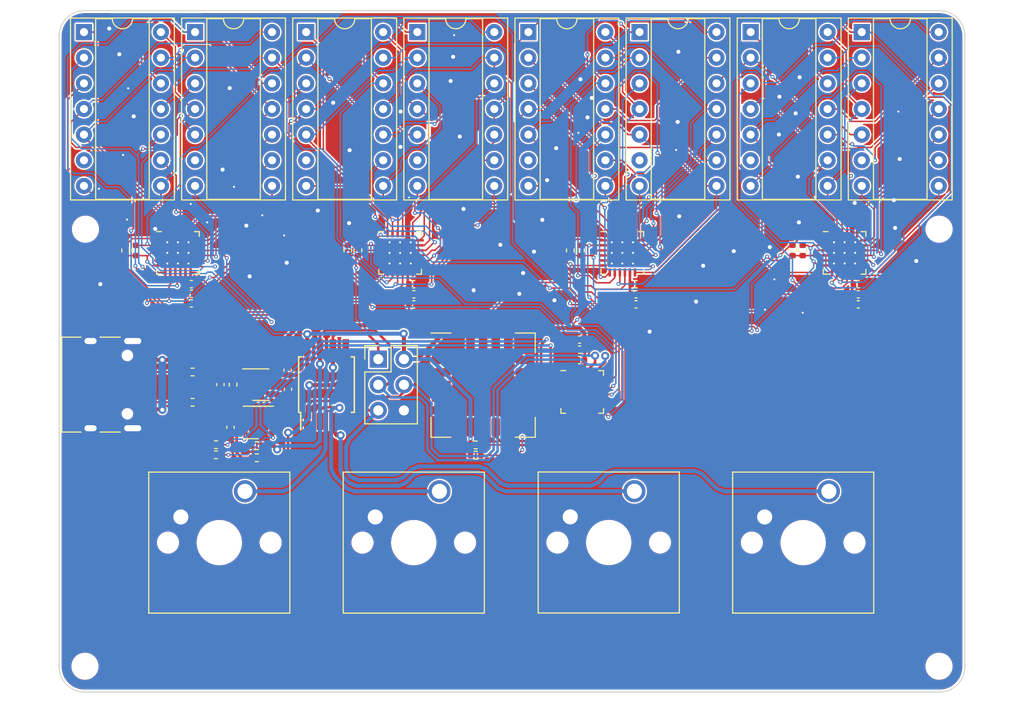
<source format=kicad_pcb>
(kicad_pcb (version 20221018) (generator pcbnew)
  (layers (0 "F.Cu" signal) (31 "B.Cu" signal) (34 "B.Paste" user) (35 "F.Paste" user) (36 "B.SilkS" user "B.Silkscreen") (37 "F.SilkS" user "F.Silkscreen") (38 "B.Mask" user) (39 "F.Mask" user) (44 "Edge.Cuts" user))
  (net 0 "")
  (net 1 "Net-(U3-BP)")
  (net 2 "GND")
  (net 3 "VBUS")
  (net 4 "+3V3")
  (net 5 "IC2C2")
  (net 6 "IC2R1")
  (net 7 "IC2R3")
  (net 8 "IC2R4")
  (net 9 "IC2C1")
  (net 10 "IC2C8")
  (net 11 "IC2C3")
  (net 12 "IC2R7")
  (net 13 "IC2R6")
  (net 14 "IC2R5")
  (net 15 "IC2R2")
  (net 16 "IC2C5")
  (net 17 "IC2C4")
  (net 18 "IC2R8")
  (net 19 "IC2C7")
  (net 20 "IC2C6")
  (net 21 "IC1C2")
  (net 22 "IC1R1")
  (net 23 "IC1R3")
  (net 24 "IC1R4")
  (net 25 "IC1C1")
  (net 26 "IC1C8")
  (net 27 "IC1C3")
  (net 28 "IC1R7")
  (net 29 "IC1R6")
  (net 30 "IC1R5")
  (net 31 "IC1R2")
  (net 32 "IC1C5")
  (net 33 "IC1C4")
  (net 34 "IC1R8")
  (net 35 "IC1C7")
  (net 36 "IC1C6")
  (net 37 "IC3C2")
  (net 38 "IC3R1")
  (net 39 "IC3R3")
  (net 40 "IC3R4")
  (net 41 "IC3C1")
  (net 42 "IC3C8")
  (net 43 "IC3C3")
  (net 44 "IC3R7")
  (net 45 "IC3R6")
  (net 46 "IC3R5")
  (net 47 "IC3R2")
  (net 48 "IC3C5")
  (net 49 "IC3C4")
  (net 50 "IC3R8")
  (net 51 "IC3C7")
  (net 52 "IC3C6")
  (net 53 "IC4C2")
  (net 54 "IC4R1")
  (net 55 "IC4R3")
  (net 56 "IC4R4")
  (net 57 "IC4C1")
  (net 58 "IC4C8")
  (net 59 "IC4C3")
  (net 60 "IC4R7")
  (net 61 "IC4R6")
  (net 62 "IC4R5")
  (net 63 "IC4R2")
  (net 64 "IC4C5")
  (net 65 "IC4C4")
  (net 66 "IC4R8")
  (net 67 "IC4C7")
  (net 68 "IC4C6")
  (net 71 "VCC")
  (net 78 "Net-(J1-CC1)")
  (net 82 "Net-(J1-CC2)")
  (net 86 "PB1")
  (net 87 "PB2")
  (net 88 "PB0")
  (net 89 "PB5")
  (net 90 "Net-(U3-EN)")
  (net 91 "PB3")
  (net 92 "PB4")
  (net 97 "SDA2_3V3")
  (net 98 "SCL2_3V3")
  (net 99 "SDA3_3V3")
  (net 100 "SCL3_3V3")
  (net 101 "SDA4_3V3")
  (net 102 "SCL4_3V3")
  (net 103 "SDA5_3V3")
  (net 104 "SCL5_3V3")
  (net 105 "SDA0_3V3")
  (net 106 "SCL0_3V3")
  (net 107 "SDA1_3V3")
  (net 108 "SCL1_3V3")
  (net 109 "SDA6_3V3")
  (net 110 "SCL6_3V3")
  (net 111 "SDA7_3V3")
  (net 112 "SCL7_3V3")
  (footprint "Package_DFN_QFN:Texas_RGE0024C_EP2.1x2.1mm" (layer "F.Cu") (at 66.775 50.275)
    (fp_text reference "U0")
    (fp_text value "TCA9548ARGER")
  )
  (footprint "Resistor_SMD:R_0402_1005Metric" (layer "F.Cu") (at 28.2 51.3)
    (fp_text reference "R2")
    (fp_text value "5.1K 0402")
  )
  (footprint "Package_DIP:DIP-14_W7.62mm_Socket" (layer "F.Cu") (at 61.45 14.625)
    (fp_text reference "DIY-305-5")
    (fp_text value "Dip-14 Socket")
  )
  (footprint "Capacitor_SMD:C_0402_1005Metric" (layer "F.Cu") (at 72.105 39.6)
    (fp_text reference "C107")
    (fp_text value "0402 0.1uF")
  )
  (footprint "Package_DFN_QFN:DFN-6-1EP_3x3mm_P1mm_EP1.5x2.4mm" (layer "F.Cu") (at 34.71 53.3 180)
    (fp_text reference "U2")
    (fp_text value "Si7021-A20")
  )
  (footprint "Package_DFN_QFN:QFN-24-1EP_4x4mm_P0.5mm_EP2.6x2.6mm_ThermalVias" (layer "F.Cu") (at 26.75 36.5)
    (fp_text reference "IC1")
    (fp_text value "IS31FL3730-QFLS2-TR")
  )
  (footprint "Capacitor_SMD:C_0402_1005Metric" (layer "F.Cu") (at 50.105 41.6)
    (fp_text reference "C106")
    (fp_text value "0402 10uF")
  )
  (footprint "Capacitor_SMD:C_0402_1005Metric" (layer "F.Cu") (at 28.085 41.5)
    (fp_text reference "C103")
    (fp_text value "0402 10uF")
  )
  (footprint "Package_DIP:DIP-14_W7.62mm_Socket" (layer "F.Cu") (at 72.45 14.625)
    (fp_text reference "DIY-305-6")
    (fp_text value "Dip-14 Socket")
  )
  (footprint "Resistor_SMD:R_0402_1005Metric" (layer "F.Cu") (at 21.575 36.26 -90)
    (fp_text reference "R102")
    (fp_text value "10K 0402")
  )
  (footprint "Resistor_SMD:R_0402_1005Metric" (layer "F.Cu") (at 88.6 36.26 -90)
    (fp_text reference "R107")
    (fp_text value "10K 0402")
  )
  (footprint "MountingHole:MountingHole_2.2mm_M2" (layer "F.Cu") (at 17.55 77.45)
    (fp_text reference "H1")
    (fp_text value "DIY-305-ountingHole")
  )
  (footprint "Button_Switch_Keyboard:SW_Cherry_MX_1.00u_PCB" (layer "F.Cu") (at 91.19 60.12)
    (fp_text reference "SW4")
    (fp_text value "SW_Push")
  )
  (footprint "Resistor_SMD:R_0402_1005Metric" (layer "F.Cu") (at 28.2 48.3)
    (fp_text reference "R1")
    (fp_text value "5.1K 0402")
  )
  (footprint "Package_DFN_QFN:QFN-24-1EP_4x4mm_P0.5mm_EP2.6x2.6mm_ThermalVias" (layer "F.Cu") (at 92.75 36.5)
    (fp_text reference "IC4")
    (fp_text value "IS31FL3730-QFLS2-TR")
  )
  (footprint "Package_DIP:DIP-14_W7.62mm_Socket" (layer "F.Cu") (at 39.45 14.625)
    (fp_text reference "DIY-305-3")
    (fp_text value "Dip-14 Socket")
  )
  (footprint "Capacitor_SMD:C_0402_1005Metric" (layer "F.Cu") (at 30.96 49.55 -90)
    (fp_text reference "C2")
    (fp_text value "10nF 0402")
  )
  (footprint "NetTie:NetTie-2_SMD_Pad0.5mm" (layer "F.Cu") (at 56.25 43.25)
    (fp_text reference "NT0" hide)
    (fp_text value "NetTie_2" hide)
  )
  (footprint "Package_TO_SOT_SMD:SOT-23-5" (layer "F.Cu") (at 34.96 49.55)
    (fp_text reference "U3")
    (fp_text value "LDO SOT-23-5 3.3V")
  )
  (footprint "Button_Switch_Keyboard:SW_Cherry_MX_1.00u_PCB" (layer "F.Cu") (at 71.94 60.11)
    (fp_text reference "SW3")
    (fp_text value "SW_Push")
  )
  (footprint "Package_SO:SOIC-8W_5.3x5.3mm_P1.27mm" (layer "F.Cu") (at 41.46 49.55 90)
    (fp_text reference "U4")
    (fp_text value "ATtiny85-20S")
  )
  (footprint "Package_DIP:DIP-14_W7.62mm_Socket" (layer "F.Cu") (at 83.45 14.625)
    (fp_text reference "DIY-305-7")
    (fp_text value "Dip-14 Socket")
  )
  (footprint "Capacitor_SMD:C_0402_1005Metric" (layer "F.Cu") (at 66.5125 46.085 180)
    (fp_text reference "C17")
    (fp_text value "0402 1uF")
  )
  (footprint "Capacitor_SMD:C_0402_1005Metric" (layer "F.Cu") (at 28.085 39.6)
    (fp_text reference "C101")
    (fp_text value "0402 0.1uF")
  )
  (footprint "Capacitor_SMD:C_0402_1005Metric" (layer "F.Cu") (at 66.5125 45.085 180)
    (fp_text reference "C18")
    (fp_text value "0402 10uF")
  )
  (footprint "MountingHole:MountingHole_2.2mm_M2" (layer "F.Cu") (at 102.1 34.15 90)
    (fp_text reference "H4")
    (fp_text value "DIY-305-ountingHole")
  )
  (footprint "Resistor_SMD:R_0402_1005Metric" (layer "F.Cu") (at 34.565 56.8)
    (fp_text reference "R4")
    (fp_text value "10K 0402")
  )
  (footprint "Connector_USB:USB_C_Receptacle_HRO_TYPE-C-31-M-12" (layer "F.Cu") (at 19.15 49.55 -90)
    (fp_text reference "J1")
    (fp_text value "HRO_TYPE-C-31-M-12")
  )
  (footprint "Resistor_SMD:R_0402_1005Metric" (layer "F.Cu") (at 34.565 55.6)
    (fp_text reference "R5")
    (fp_text value "10K 0402")
  )
  (footprint "Capacitor_SMD:C_0402_1005Metric" (layer "F.Cu") (at 94.105 39.6)
    (fp_text reference "C110")
    (fp_text value "0402 0.1uF")
  )
  (footprint "Resistor_SMD:R_0402_1005Metric" (layer "F.Cu") (at 22.6 36.26 -90)
    (fp_text reference "R101")
    (fp_text value "10K 0402")
  )
  (footprint "Resistor_SMD:R_0402_1005Metric" (layer "F.Cu") (at 56.235 55.525 180)
    (fp_text reference "R14")
    (fp_text value "10K 0402")
  )
  (footprint "Sensor:Sensirion_SCD4x-1EP_10.1x10.1mm_P1.25mm_EP4.8x4.8mm" (layer "F.Cu") (at 56.965 49.6)
    (fp_text reference "U1")
    (fp_text value "SCD41-D-R2")
  )
  (footprint "Capacitor_SMD:C_0402_1005Metric" (layer "F.Cu") (at 50.105 39.6)
    (fp_text reference "C104")
    (fp_text value "0402 0.1uF")
  )
  (footprint "Package_DIP:DIP-14_W7.62mm_Socket" (layer "F.Cu") (at 17.45 14.625)
    (fp_text reference "DIY-305-1")
    (fp_text value "Dip-14 Socket")
  )
  (footprint "Resistor_SMD:R_0402_1005Metric" (layer "F.Cu") (at 56.235 56.54 180)
    (fp_text reference "R13")
    (fp_text value "10K 0402")
  )
  (footprint "Resistor_SMD:R_0402_1005Metric" (layer "F.Cu") (at 66.6 36.26 -90)
    (fp_text reference "R105")
    (fp_text value "10K 0402")
  )
  (footprint "Capacitor_SMD:C_0402_1005Metric" (layer "F.Cu") (at 37.65 50.02 90)
    (fp_text reference "C_BYP_1")
    (fp_text value "10nF 0402")
  )
  (footprint "Package_DFN_QFN:QFN-24-1EP_4x4mm_P0.5mm_EP2.6x2.6mm_ThermalVias" (layer "F.Cu") (at 48.75 36.5)
    (fp_text reference "IC2")
    (fp_text value "IS31FL3730-QFLS2-TR")
  )
  (footprint "MountingHole:MountingHole_2.2mm_M2" (layer "F.Cu") (at 17.6 34.15 -90)
    (fp_text reference "H3")
    (fp_text value "DIY-305-ountingHole")
  )
  (footprint "Resistor_SMD:R_0402_1005Metric" (layer "F.Cu") (at 30.515 56.5 180)
    (fp_text reference "R15")
    (fp_text value "10K 0402")
  )
  (footprint "Capacitor_SMD:C_0402_1005Metric" (layer "F.Cu") (at 66.5125 47.125 180)
    (fp_text reference "C16")
    (fp_text value "0402 0.1uF")
  )
  (footprint "Capacitor_SMD:C_0402_1005Metric" (layer "F.Cu") (at 50.105 40.6)
    (fp_text reference "C105")
    (fp_text value "0402 1uF")
  )
  (footprint "Resistor_SMD:R_0402_1005Metric" (layer "F.Cu") (at 32.21 49.55 -90)
    (fp_text reference "R3")
    (fp_text value "10K 0402")
  )
  (footprint "MountingHole:MountingHole_2.2mm_M2" (layer "F.Cu") (at 102.1 77.45)
    (fp_text reference "H2")
    (fp_text value "DIY-305-ountingHole")
  )
  (footprint "Capacitor_SMD:C_0402_1005Metric" (layer "F.Cu") (at 37.61 48.12 90)
    (fp_text reference "C3")
    (fp_text value "10nF 0402")
  )
  (footprint "Connector_PinHeader_2.54mm:PinHeader_2x03_P2.54mm_Vertical" (layer "F.Cu") (at 46.585 47.025)
    (fp_text reference "J2")
    (fp_text value "AVR-ISP-6")
  )
  (footprint "Capacitor_SMD:C_0402_1005Metric" (layer "F.Cu") (at 31.96 53.78 -90)
    (fp_text reference "C4")
    (fp_text value "0.1uF 0402")
  )
  (footprint "Button_Switch_Keyboard:SW_Cherry_MX_1.00u_PCB" (layer "F.Cu") (at 33.39 60.12)
    (fp_text reference "SW1")
    (fp_text value "SW_Push")
  )
  (footprint "Package_DIP:DIP-14_W7.62mm_Socket" (layer "F.Cu") (at 28.45 14.625)
    (fp_text reference "DIY-305-2")
    (fp_text value "Dip-14 Socket")
  )
  (footprint "Capacitor_SMD:C_0402_1005Metric" (layer "F.Cu") (at 94.105 41.6)
    (fp_text reference "C112")
    (fp_text value "0402 10uF")
  )
  (footprint "Resistor_SMD:R_0402_1005Metric" (layer "F.Cu") (at 65.6 36.26 -90)
    (fp_text reference "R106")
    (fp_text value "10K 0402")
  )
  (footprint "Button_Switch_Keyboard:SW_Cherry_MX_1.00u_PCB" (layer "F.Cu") (at 52.64 60.12)
    (fp_text reference "SW2")
    (fp_text value "SW_Push")
  )
  (footprint "Package_DIP:DIP-14_W7.62mm_Socket" (layer "F.Cu") (at 50.45 14.625)
    (fp_text reference "DIY-305-4")
    (fp_text value "Dip-14 Socket")
  )
  (footprint "Package_DIP:DIP-14_W7.62mm_Socket" (layer "F.Cu") (at 94.45 14.625)
    (fp_text reference "DIY-305-8")
    (fp_text value "Dip-14 Socket")
  )
  (footprint "Resistor_SMD:R_0402_1005Metric" (layer "F.Cu") (at 44.575 36.25 -90)
    (fp_text reference "R103")
    (fp_text value "10K 0402")
  )
  (footprint "Resistor_SMD:R_0402_1005Metric" (layer "F.Cu") (at 87.595 36.255 -90)
    (fp_text reference "R108")
    (fp_text value "10K 0402")
  )
  (footprint "Resistor_SMD:R_0402_1005Metric" (layer "F.Cu") (at 43.575 36.25 -90)
    (fp_text reference "R104")
    (fp_text value "10K 0402")
  )
  (footprint "Capacitor_SMD:C_0402_1005Metric" (layer "F.Cu") (at 72.105 40.6)
    (fp_text reference "C108")
    (fp_text value "0402 1uF")
  )
  (footprint "Resistor_SMD:R_0402_1005Metric" (layer "F.Cu") (at 30.525 55.5 180)
    (fp_text reference "R16")
    (fp_text value "10K 0402")
  )
  (footprint "Capacitor_SMD:C_0402_1005Metric" (layer "F.Cu") (at 28.085 40.555)
    (fp_text reference "C102")
    (fp_text value "0402 1uF")
  )
  (footprint "Capacitor_SMD:C_0402_1005Metric" (layer "F.Cu") (at 94.105 40.6)
    (fp_text reference "C111")
    (fp_text value "0402 1uF")
  )
  (footprint "Capacitor_SMD:C_0402_1005Metric" (layer "F.Cu") (at 72.105 41.6)
    (fp_text reference "C109")
    (fp_text value "0402 10uF")
  )
  (footprint "Package_DFN_QFN:QFN-24-1EP_4x4mm_P0.5mm_EP2.6x2.6mm_ThermalVias" (layer "F.Cu") (at 70.75 36.5)
    (fp_text reference "IC3")
    (fp_text value "IS31FL3730-QFLS2-TR")
  )
  (gr_line (start 17.5 12.5) (end 102.15 12.5) (stroke (width 0.1)) (layer "Edge.Cuts"))
  (gr_arc (start 15 15) (mid 15.732233 13.232233) (end 17.5 12.5) (stroke (width 0.1)) (layer "Edge.Cuts"))
  (gr_line (start 102.15 80) (end 17.5 80) (stroke (width 0.1)) (layer "Edge.Cuts"))
  (gr_line (start 104.65 15) (end 104.65 77.5) (stroke (width 0.1)) (layer "Edge.Cuts"))
  (gr_arc (start 102.15 12.5) (mid 103.917767 13.232233) (end 104.65 15) (stroke (width 0.1)) (layer "Edge.Cuts"))
  (gr_arc (start 17.5 80) (mid 15.732233 79.267767) (end 15 77.5) (stroke (width 0.1)) (layer "Edge.Cuts"))
  (gr_arc (start 104.65 77.5) (mid 103.917767 79.267767) (end 102.15 80) (stroke (width 0.1)) (layer "Edge.Cuts"))
  (gr_line (start 15 77.5) (end 15 15) (stroke (width 0.1)) (layer "Edge.Cuts"))
  (gr_text "EnvOpenSensor" (at 59.75 77.25) (layer "F.Cu" knockout) (effects (font (size 2 2) (thickness 0.15) bold)))
  (segment (start 36.0975 50.5) (end 37.61 50.5) (width 0.4) (layer "F.Cu") (net 1))
  (segment (start 37.65 50.5) (end 37.61 50.5) (width 0.15) (layer "F.Cu") (net 1))
  (segment (start 33.8325 49.54) (end 33.8225 49.55) (width 0.4) (layer "F.Cu") (net 2))
  (segment (start 66.0325 48.3375) (end 66.0325 47.125) (width 0.25) (layer "F.Cu") (net 2))
  (segment (start 66.025 48.3375) (end 66.025 45.0925) (width 0.25) (layer "F.Cu") (net 2))
  (segment (start 66.525 48.3375) (end 66.0325 48.3375) (width 0.25) (layer "F.Cu") (net 2))
  (segment (start 54.465 47.1) (end 54.465 45.45) (width 0.4) (layer "F.Cu") (net 2))
  (segment (start 36.16 53.3) (end 34.71 53.3) (width 0.4) (layer "F.Cu") (net 2))
  (segment (start 37.61 49.54) (end 33.8325 49.54) (width 0.4) (layer "F.Cu") (net 2))
  (segment (start 49.5 34.5625) (end 49.5 31.2) (width 0.15) (layer "F.Cu") (net 2))
  (segment (start 56.965 49.6) (end 54.465 47.1) (width 0.4) (layer "F.Cu") (net 2))
  (segment (start 54.465 52.1) (end 54.465 53.75) (width 0.4) (layer "F.Cu") (net 2))
  (segment (start 66.025 45.0925) (end 66.0325 45.085) (width 0.25) (layer "F.Cu") (net 2))
  (segment (start 49.5 31.2) (end 49.45 31.15) (width 0.15) (layer "F.Cu") (net 2))
  (segment (start 56.965 49.6) (end 54.465 52.1) (width 0.4) (layer "F.Cu") (net 2))
  (via (at 88.125 28.95) (size 0.8) (drill 0.4) (layers "F.Cu" "B.Cu") (net 2))
  (via (at 58.675 35.7) (size 0.8) (drill 0.4) (layers "F.Cu" "B.Cu") (net 2))
  (via (at 40.6 32.3) (size 0.8) (drill 0.4) (layers "F.Cu" "B.Cu") (net 2))
  (via (at 78.05 41.325) (size 0.8) (drill 0.4) (layers "F.Cu" "B.Cu") (net 2))
  (via (at 76.375 32.875) (size 0.8) (drill 0.4) (layers "F.Cu" "B.Cu") (net 2))
  (via (at 37.275 34.775) (size 0.4) (drill 0.2) (layers "F.Cu" "B.Cu") (net 2))
  (via (at 86.25 24.775) (size 0.8) (drill 0.4) (layers "F.Cu" "B.Cu") (net 2))
  (via (at 87.9 22.675) (size 0.8) (drill 0.4) (layers "F.Cu" "B.Cu") (net 2))
  (via (at 31.875 20.175) (size 0.8) (drill 0.4) (layers "F.Cu" "B.Cu") (net 2))
  (via (at 42.125 21.625) (size 0.8) (drill 0.4) (layers "F.Cu" "B.Cu") (net 2))
  (via (at 76.075 26.3) (size 0.4) (drill 0.2) (layers "F.Cu" "B.Cu") (net 2))
  (via (at 67.3 23.075) (size 0.8) (drill 0.4) (layers "F.Cu" "B.Cu") (net 2))
  (via (at 76.225 23.525) (size 0.8) (drill 0.4) (layers "F.Cu" "B.Cu") (net 2))
  (via (at 78.75 37.775) (size 0.8) (drill 0.4) (layers "F.Cu" "B.Cu") (net 2))
  (via (at 56.025 40.2) (size 0.8) (drill 0.4) (layers "F.Cu" "B.Cu") (net 2))
  (via (at 43.7 33.55) (size 0.8) (drill 0.4) (layers "F.Cu" "B.Cu") (net 2))
  (via (at 28.025 31.65) (size 0.4) (drill 0.2) (layers "F.Cu" "B.Cu") (net 2))
  (via (at 35.1 32.775) (size 0.4) (drill 0.2) (layers "F.Cu" "B.Cu") (net 2))
  (via (at 29.65 33.475) (size 0.4) (drill 0.2) (layers "F.Cu" "B.Cu") (net 2))
  (via (at 21.825 20.2) (size 0.4) (drill 0.2) (layers "F.Cu" "B.Cu") (net 2))
  (via (at 43.75 26.325) (size 0.8) (drill 0.4) (layers "F.Cu" "B.Cu") (net 2))
  (via (at 33.525 33.8) (size 0.8) (drill 0.4) (layers "F.Cu" "B.Cu") (net 2))
  (via (at 60.55 40.55) (size 0.8) (drill 0.4) (layers "F.Cu" "B.Cu") (net 2))
  (via (at 31.175 28.25) (size 0.8) (drill 0.4) (layers "F.Cu" "B.Cu") (net 2))
  (via (at 24.5 34.125) (size 0.8) (drill 0.4) (layers "F.Cu" "B.Cu") (net 2))
  (via (at 64.2 26.125) (size 0.8) (drill 0.4) (layers "F.Cu" "B.Cu") (net 2))
  (via (at 84.875 42.125) (size 0.4) (drill 0.2) (layers "F.Cu" "B.Cu") (net 2))
  (via (at 98.075 22.5) (size 0.4) (drill 0.2) (layers "F.Cu" "B.Cu") (net 2))
  (via (at 98.2 27.2) (size 0.8) (drill 0.4) (layers "F.Cu" "B.Cu") (net 2))
  (via (at 63.3 29.3) (size 0.8) (drill 0.4) (layers "F.Cu" "B.Cu") (net 2))
  (via (at 62.825 33.225) (size 0.8) (drill 0.4) (layers "F.Cu" "B.Cu") (net 2))
  (via (at 60.925 38.5) (size 0.8) (drill 0.4) (layers "F.Cu" "B.Cu") (net 2))
  (via (at 21.325 26.8) (size 0.4) (drill 0.2) (layers "F.Cu" "B.Cu") (net 2))
  (via (at 55.025 32.15) (size 0.8) (drill 0.4) (layers "F.Cu" "B.Cu") (net 2))
  (via (at 33.85 38.825) (size 0.8) (drill 0.4) (layers "F.Cu" "B.Cu") (net 2))
  (via (at 85.8 39.125) (size 0.4) (drill 0.2) (layers "F.Cu" "B.Cu") (net 2))
  (via (at 99.85 37.3) (size 0.8) (drill 0.4) (layers "F.Cu" "B.Cu") (net 2))
  (via (at 20.95 16.825) (size 0.8) (drill 0.4) (layers "F.Cu" "B.Cu") (net 2))
  (via (at 37.525 37.475) (size 0.8) (drill 0.4) (layers "F.Cu" "B.Cu") (net 2))
  (via (at 66.6 19.3) (size 0.8) (drill 0.4) (layers "F.Cu" "B.Cu") (net 2))
  (via (at 97.75 34.025) (size 0.8) (drill 0.4) (layers "F.Cu" "B.Cu") (net 2))
  (via (at 19.95 14.275) (size 0.8) (drill 0.4) (layers "F.Cu" "B.Cu") (net 2))
  (via (at 88.225 33.475) (size 0.8) (drill 0.4) (layers "F.Cu" "B.Cu") (net 2))
  (via (at 49.625 31.01313) (size 0.4) (drill 0.2) (layers "F.Cu" "B.Cu") (net 2))
  (via (at 81.775 36.325) (size 0.8) (drill 0.4) (layers "F.Cu" "B.Cu") (net 2))
  (via (at 97.625 31.275) (size 0.8) (drill 0.4) (layers "F.Cu" "B.Cu") (net 2))
  (via (at 22.375 22.975) (size 0.8) (drill 0.4) (layers "F.Cu" "B.Cu") (net 2))
  (via (at 62 36.375) (size 0.8) (drill 0.4) (layers "F.Cu" "B.Cu") (net 2))
  (via (at 18.925 30.15) (size 0.4) (drill 0.2) (layers "F.Cu" "B.Cu") (net 2))
  (via (at 32.3 29.95) (size 0.4) (drill 0.2) (layers "F.Cu" "B.Cu") (net 2))
  (via (at 21.725 33.2) (size 0.4) (drill 0.2) (layers "F.Cu" "B.Cu") (net 2))
  (via (at 48.775 26) (size 0.8) (drill 0.4) (layers "F.Cu" "B.Cu") (net 2))
  (via (at 64.025 41.2) (size 0.8) (drill 0.4) (layers "F.Cu" "B.Cu") (net 2))
  (via (at 66.4 24.6) (size 0.4) (drill 0.2) (layers "F.Cu" "B.Cu") (net 2))
  (via (at 85.35 35.925) (size 0.8) (drill 0.4) (layers "F.Cu" "B.Cu") (net 2))
  (via (at 53.75 19.475) (size 0.8) (drill 0.4) (layers "F.Cu" "B.Cu") (net 2))
  (via (at 76.3 16.575) (size 0.8) (drill 0.4) (layers "F.Cu" "B.Cu") (net 2))
  (via (at 19.075 39.6) (size 0.8) (drill 0.4) (layers "F.Cu" "B.Cu") (net 2))
  (via (at 73.45 44.3) (size 0.8) (drill 0.4) (layers "F.Cu" "B.Cu") (net 2))
  (via (at 67.725 21.15) (size 0.8) (drill 0.4) (layers "F.Cu" "B.Cu") (net 2))
  (via (at 93.75 31.55) (size 0.8) (drill 0.4) (layers "F.Cu" "B.Cu") (net 2))
  (via (at 54 17.075) (size 0.8) (drill 0.4) (layers "F.Cu" "B.Cu") (net 2))
  (via (at 86.3 21.025) (size 0.8) (drill 0.4) (layers "F.Cu" "B.Cu") (net 2))
  (via (at 88.6 42.425) (size 0.4) (drill 0.2) (layers "F.Cu" "B.Cu") (net 2))
  (via (at 54.65 24.975) (size 0.8) (drill 0.4) (layers "F.Cu" "B.Cu") (net 2))
  (via (at 88.3 19.1) (size 0.8) (drill 0.4) (layers "F.Cu" "B.Cu") (net 2))
  (via (at 54.1 14.925) (size 0.4) (drill 0.2) (layers "F.Cu" "B.Cu") (net 2))
  (via (at 48.8 22.5) (size 0.8) (drill 0.4) (layers "F.Cu" "B.Cu") (net 2))
  (segment (start 49.48813 31.15) (end 49.625 31.01313) (width 0.15) (layer "B.Cu") (net 2))
  (segment (start 49.45 31.15) (end 49.48813 31.15) (width 0.15) (layer "B.Cu") (net 2))
  (segment (start 23.195 52) (end 25.0893 52) (width 0.4) (layer "F.Cu") (net 3))
  (segment (start 28.99 47.1) (end 30.96 49.07) (width 0.4) (layer "F.Cu") (net 3))
  (segment (start 53.25 43.25) (end 55.75 43.25) (width 0.4) (layer "F.Cu") (net 3))
  (segment (start 33.8225 48.6) (end 33.2723 48.6) (width 0.4) (layer "F.Cu") (net 3))
  (segment (start 33.2723 48.6) (end 32.21 49.04) (width 0.4) (layer "F.Cu") (net 3))
  (segment (start 33.8225 48.6) (end 38.7475 43.675) (width 0.4) (layer "F.Cu") (net 3))
  (segment (start 52.825 43.675) (end 53.25 43.25) (width 0.4) (layer "F.Cu") (net 3))
  (segment (start 38.7475 43.675) (end 52.825 43.675) (width 0.4) (layer "F.Cu") (net 3))
  (segment (start 30.96 49.07) (end 32.1376 49.07) (width 0.4) (layer "F.Cu") (net 3))
  (segment (start 32.1376 49.07) (end 32.21 49.04) (width 0.4) (layer "F.Cu") (net 3))
  (segment (start 23.195 47.1) (end 25.21 47.1) (width 0.4) (layer "F.Cu") (net 3))
  (segment (start 25.0893 52) (end 25.21 52.05) (width 0.4) (layer "F.Cu") (net 3))
  (segment (start 25.21 47.1) (end 28.99 47.1) (width 0.4) (layer "F.Cu") (net 3))
  (via (at 25.21 52.05) (size 0.8) (drill 0.4) (layers "F.Cu" "B.Cu") (net 3))
  (via (at 25.21 47.1) (size 0.8) (drill 0.4) (layers "F.Cu" "B.Cu") (net 3))
  (segment (start 25.21 52.05) (end 25.21 47.1) (width 0.8) (layer "B.Cu") (net 3))
  (segment (start 23.6246 36.77) (end 22.6 36.77) (width 0.15) (layer "F.Cu") (net 4))
  (segment (start 44.383 36.76) (end 44.575 36.76) (width 0.15) (layer "F.Cu") (net 4))
  (segment (start 30.975 53.3) (end 30.015 54.26) (width 0.15) (layer "F.Cu") (net 4))
  (segment (start 67.8743 36.7001) (end 68.3244 36.25) (width 0.15) (layer "F.Cu") (net 4))
  (segment (start 87.1096 37.2504) (end 87.595 36.765) (width 0.15) (layer "F.Cu") (net 4))
  (segment (start 50.475 47.025) (end 53.55 43.95) (width 0.4) (layer "F.Cu") (net 4))
  (segment (start 39.555 45.9) (end 39.555 48.1) (width 0.4) (layer "F.Cu") (net 4))
  (segment (start 56.35 43.95) (end 65.8478 43.95) (width 0.4) (layer "F.Cu") (net 4))
  (segment (start 85.0773 36.863) (end 85.4647 37.2504) (width 0.15) (layer "F.Cu") (net 4))
  (segment (start 24.3354 36.25) (end 23.72 36.8654) (width 0.15) (layer "F.Cu") (net 4))
  (segment (start 55.725 55.7175) (end 55.725 55.525) (width 0.15) (layer "F.Cu") (net 4))
  (segment (start 38.0671 52.4) (end 36.86 51.9) (width 0.25) (layer "F.Cu") (net 4))
  (segment (start 66.9925 44.4425) (end 66.9925 45.085) (width 0.4) (layer "F.Cu") (net 4))
  (segment (start 66.5 43.95) (end 66.9925 44.4425) (width 0.4) (layer "F.Cu") (net 4))
  (segment (start 44.407771 37.975229) (end 44.383 37.950458) (width 0.15) (layer "F.Cu") (net 4))
  (segment (start 22.6 36.77) (end 21.575 36.77) (width 0.15) (layer "F.Cu") (net 4))
  (segment (start 33.065 56.8) (end 32.565 56.3) (width 0.25) (layer "F.Cu") (net 4))
  (segment (start 67.025 46.4711) (end 67.025 45.7943) (width 0.25) (layer "F.Cu") (net 4))
  (segment (start 30.015 54.26) (end 30.015 55.5) (width 0.15) (layer "F.Cu") (net 4))
  (segment (start 55.715 54.925) (end 55.715 55.7275) (width 0.4) (layer "F.Cu") (net 4))
  (segment (start 49.125 47.025) (end 50.475 47.025) (width 0.4) (layer "F.Cu") (net 4))
  (segment (start 67.8743 36.77) (end 67.8743 36.7001) (width 0.15) (layer "F.Cu") (net 4))
  (segment (start 44.383 37.950458) (end 44.383 36.76) (width 0.15) (layer "F.Cu") (net 4))
  (segment (start 49.125 47.025) (end 49.125 44.525) (width 0.4) (layer "F.Cu") (net 4))
  (segment (start 85.4647 37.2504) (end 87.1096 37.2504) (width 0.15) (layer "F.Cu") (net 4))
  (segment (start 67.025 45.1175) (end 66.9925 45.085) (width 0.25) (layer "F.Cu") (net 4))
  (segment (start 34.055 56.8) (end 33.065 56.8) (width 0.25) (layer "F.Cu") (net 4))
  (segment (start 32.565 53.3) (end 31.96 53.3) (width 0.4) (layer "F.Cu") (net 4))
  (segment (start 24.8125 36.25) (end 24.3354 36.25) (width 0.15) (layer "F.Cu") (net 4))
  (segment (start 65.8478 43.95) (end 65.8478 43.565) (width 0.15) (layer "F.Cu") (net 4))
  (segment (start 65.8478 43.95) (end 66.5 43.95) (width 0.4) (layer "F.Cu") (net 4))
  (segment (start 38.66 48.6) (end 37.61 48.6) (width 0.4) (layer "F.Cu") (net 4))
  (segment (start 44.575 36.76) (end 45.085 36.25) (width 0.15) (layer "F.Cu") (net 4))
  (segment (start 66.9925 45.8268) (end 66.9925 46.085) (width 0.15) (layer "F.Cu") (net 4))
  (segment (start 66.9925 46.5036) (end 66.9925 47.125) (width 0.15) (layer "F.Cu") (net 4))
  (segment (start 24.113 37.75) (end 24.8125 37.75) (width 0.15) (layer "F.Cu") (net 4))
  (segment (start 38.31 52.4) (end 38.0671 52.4) (width 0.25) (layer "F.Cu") (net 4))
  (segment (start 23.72 36.8654) (end 23.72 37.357) (width 0.15) (layer "F.Cu") (net 4))
  (segment (start 67.025 45.7943) (end 67.025 45.1175) (width 0.25) (layer "F.Cu") (net 4))
  (segment (start 43.575 36.76) (end 44.383 36.76) (width 0.15) (layer "F.Cu") (net 4))
  (segment (start 36.0975 48.6) (end 37.61 48.6) (width 0.4) (layer "F.Cu") (net 4))
  (segment (start 31.96 53.3) (end 30.975 53.3) (width 0.15) (layer "F.Cu") (net 4))
  (segment (start 55.715 45.45) (end 55.715 44.215) (width 0.4) (layer "F.Cu") (net 4))
  (segment (start 35.8943 51.5) (end 32.36 51.5) (width 0.25) (layer "F.Cu") (net 4))
  (segment (start 33.26 53.3) (end 32.565 53.3) (width 0.4) (layer "F.Cu") (net 4))
  (segment (start 23.72 36.8654) (end 23.6246 36.77) (width 0.15) (layer "F.Cu") (net 4))
  (segment (start 55.715 44.215) (end 55.98 43.95) (width 0.4) (layer "F.Cu") (net 4))
  (segment (start 45.085 36.25) (end 46.8125 36.25) (width 0.15) (layer "F.Cu") (net 4))
  (segment (start 49.125 44.525) (end 49.1 44.5) (width 0.4) (layer "F.Cu") (net 4))
  (segment (start 55.98 43.95) (end 56.35 43.95) (width 0.4) (layer "F.Cu") (net 4))
  (segment (start 39.55 45.895) (end 39.555 45.9) (width 0.4) (layer "F.Cu") (net 4))
  (segment (start 39.055 48.6) (end 38.66 48.6) (width 0.4) (layer "F.Cu") (net 4))
  (segment (start 32.565 55.6) (end 34.055 55.6) (width 0.25) (layer "F.Cu") (net 4))
  (segment (start 30.015 55.5) (end 30.015 56.49) (width 0.15) (layer "F.Cu") (net 4))
  (segment (start 65.6 36.77) (end 66.6 36.77) (width 0.15) (layer "F.Cu") (net 4))
  (segment (start 32.565 56.3) (end 32.565 55.6) (width 0.25) (layer "F.Cu") (net 4))
  (segment (start 55.725 45.44) (end 55.715 45.45) (width 0.4) (layer "F.Cu") (net 4))
  (segment (start 39.555 48.1) (end 39.055 48.6) (width 0.4) (layer "F.Cu") (net 4))
  (segment (start 55.715 55.7275) (end 55.725 55.7175) (width 0.15) (layer "F.Cu") (net 4))
  (segment (start 38.66 52.05) (end 38.31 52.4) (width 0.25) (layer "F.Cu") (net 4))
  (segment (start 67.8994 36.9592) (end 67.8743 36.9341) (width 0.15) (layer "F.Cu") (net 4))
  (segment (start 67.025 48.3375) (end 67.025 46.4711) (width 0.25) (layer "F.Cu") (net 4))
  (segment (start 53.55 43.95) (end 55.98 43.95) (width 0.4) (layer "F.Cu") (net 4))
  (segment (start 66.6 36.77) (end 67.8743 36.77) (width 0.15) (layer "F.Cu") (net 4))
  (segment (start 39.55 44.55) (end 39.55 45.895) (width 0.4) (layer "F.Cu") (net 4))
  (segment (start 55.715 53.75) (end 55.715 54.925) (width 0.4) (layer "F.Cu") (net 4))
  (segment (start 55.715 56.53) (end 55.725 56.54) (width 0.4) (layer "F.Cu") (net 4))
  (segment (start 32.36 51.5) (end 31.96 51.9) (width 0.25) (layer "F.Cu") (net 4))
  (segment (start 89.5335 36.77) (end 90.0535 36.25) (width 0.15) (layer "F.Cu") (net 4))
  (segment (start 87.595 36.765) (end 87.6 36.77) (width 0.15) (layer "F.Cu") (net 4))
  (segment (start 67.8743 36.9341) (end 67.8743 36.77) (width 0.15) (layer "F.Cu") (net 4))
  (segment (start 88.6 36.77) (end 89.5335 36.77) (width 0.15) (layer "F.Cu") (net 4))
  (segment (start 67.025 46.4711) (end 66.9925 46.5036) (width 0.15) (layer "F.Cu") (net 4))
  (segment (start 31.96 51.9) (end 31.96 53.3) (width 0.25) (layer "F.Cu") (net 4))
  (segment (start 55.715 55.7275) (end 55.715 56.53) (width 0.4) (layer "F.Cu") (net 4))
  (segment (start 30.015 56.49) (end 30.005 56.5) (width 0.15) (layer "F.Cu") (net 4))
  (segment (start 87.6 36.77) (end 88.6 36.77) (width 0.15) (layer "F.Cu") (net 4))
  (segment (start 68.3244 36.25) (end 68.8125 36.25) (width 0.15) (layer "F.Cu") (net 4))
  (segment (start 38.66 48.6) (end 38.66 52.05) (width 0.25) (layer "F.Cu") (net 4))
  (segment (start 90.0535 36.25) (end 90.8125 36.25) (width 0.15) (layer "F.Cu") (net 4))
  (segment (start 55.98 43.95) (end 56.35 43.95) (width 0.4) (layer "F.Cu") (net 4))
  (segment (start 65.8478 43.565) (end 66.2932 43.1196) (width 0.15) (layer "F.Cu") (net 4))
  (segment (start 36.86 51.9) (end 35.8943 51.5) (width 0.25) (layer "F.Cu") (net 4))
  (segment (start 32.565 53.3) (end 32.565 55.6) (width 0.25) (layer "F.Cu") (net 4))
  (segment (start 67.025 45.7943) (end 66.9925 45.8268) (width 0.15) (layer "F.Cu") (net 4))
  (segment (start 23.72 37.357) (end 24.113 37.75) (width 0.15) (layer "F.Cu") (net 4))
  (via (at 85.0773 36.863) (size 0.4) (drill 0.2) (layers "F.Cu" "B.Cu") (net 4))
  (via (at 55.715 54.925) (size 0.4) (drill 0.2) (layers "F.Cu" "B.Cu") (net 4))
  (via (at 39.55 44.55) (size 0.8) (drill 0.4) (layers "F.Cu" "B.Cu") (net 4))
  (via (at 44.407771 37.975229) (size 0.4) (drill 0.2) (layers "F.Cu" "B.Cu") (net 4))
  (via (at 67.8994 36.9592) (size 0.4) (drill 0.2) (layers "F.Cu" "B.Cu") (net 4))
  (via (at 23.72 37.357) (size 0.4) (drill 0.2) (layers "F.Cu" "B.Cu") (net 4))
  (via (at 66.2932 43.1196) (size 0.4) (drill 0.2) (layers "F.Cu" "B.Cu") (net 4))
  (via (at 49.1 44.5) (size 0.8) (drill 0.4) (layers "F.Cu" "B.Cu") (net 4))
  (segment (start 39.6 44.5) (end 36.2225 44.5) (width 0.15) (layer "B.Cu") (net 4))
  (segment (start 67.8994 39.9511) (end 67.8994 36.9592) (width 0.15) (layer "B.Cu") (net 4))
  (segment (start 51.775 47.025) (end 55.715 50.965) (width 0.4) (layer "B.Cu") (net 4))
  (segment (start 68.0632 41.3496) (end 68.0632 40.1149) (width 0.15) (layer "B.Cu") (net 4))
  (segment (start 44.383 43.0712) (end 45.8118 44.5) (width 0.15) (layer "B.Cu") (net 4))
  (segment (start 68.0632 40.1149) (end 67.8994 39.9511) (width 0.15) (layer "B.Cu") (net 4))
  (segment (start 85.0773 36.863) (end 81.8254 40.1149) (width 0.15) (layer "B.Cu") (net 4))
  (segment (start 55.715 50.965) (end 55.715 54.925) (width 0.4) (layer "B.Cu") (net 4))
  (segment (start 49.1 44.5) (end 45.8118 44.5) (width 0.4) (layer "B.Cu") (net 4))
  (segment (start 66.2932 43.1196) (end 68.0632 41.3496) (width 0.15) (layer "B.Cu") (net 4))
  (segment (start 29.5482 38.5496) (end 24.9126 38.5496) (width 0.15) (layer "B.Cu") (net 4))
  (segment (start 36.2225 44.5) (end 30.1284 38.4059) (width 0.15) (layer "B.Cu") (net 4))
  (segment (start 39.6 44.5) (end 39.55 44.55) (width 0.4) (layer "B.Cu") (net 4))
  (segment (start 44.407771 37.975229) (end 44.383 38) (width 0.15) (layer "B.Cu") (net 4))
  (segment (start 49.125 47.025) (end 51.775 47.025) (width 0.4) (layer "B.Cu") (net 4))
  (segment (start 45.8118 44.5) (end 39.6 44.5) (width 0.4) (layer "B.Cu") (net 4))
  (segment (start 24.9126 38.5496) (end 23.72 37.357) (width 0.15) (layer "B.Cu") (net 4))
  (segment (start 44.383 38) (end 44.383 43.0712) (width 0.15) (layer "B.Cu") (net 4))
  (segment (start 29.6919 38.4059) (end 29.5482 38.5496) (width 0.15) (layer "B.Cu") (net 4))
  (segment (start 81.8254 40.1149) (end 68.0632 40.1149) (width 0.15) (layer "B.Cu") (net 4))
  (segment (start 30.1284 38.4059) (end 29.6919 38.4059) (width 0.15) (layer "B.Cu") (net 4))
  (segment (start 48 33.2458) (end 48.008 33.2378) (width 0.15) (layer "F.Cu") (net 5))
  (segment (start 39.45 14.625) (end 41.15 16.325) (width 0.15) (layer "F.Cu") (net 5))
  (segment (start 48 34.5625) (end 48 33.2458) (width 0.15) (layer "F.Cu") (net 5))
  (segment (start 41.15 16.325) (end 41.15 26.3798) (width 0.15) (layer "F.Cu") (net 5))
  (segment (start 41.15 26.3798) (end 48.008 33.2378) (width 0.15) (layer "F.Cu") (net 5))
  (via (at 48.008 33.2378) (size 0.4) (drill 0.2) (layers "F.Cu" "B.Cu") (net 5))
  (segment (start 56.325 25.5905) (end 48.6777 33.2378) (width 0.15) (layer "B.Cu") (net 5))
  (segment (start 56.325 21.45) (end 56.325 25.5905) (width 0.15) (layer "B.Cu") (net 5))
  (segment (start 58.07 19.705) (end 56.325 21.45) (width 0.15) (layer "B.Cu") (net 5))
  (segment (start 48.6777 33.2378) (end 48.008 33.2378) (width 0.15) (layer "B.Cu") (net 5))
  (segment (start 38.45 22.9933) (end 38.45 23.7083) (width 0.15) (layer "F.Cu") (net 6))
  (segment (start 41.7635 19.2764) (end 46.0021 23.515) (width 0.15) (layer "F.Cu") (net 6))
  (segment (start 48.0533 23.515) (end 49.3233 24.785) (width 0.15) (layer "F.Cu") (net 6))
  (segment (start 50.45 24.785) (end 49.3233 24.785) (width 0.15) (layer "F.Cu") (net 6))
  (segment (start 38.05 24.1083) (end 38.05 32.439236) (width 0.15) (layer "F.Cu") (net 6))
  (segment (start 46.5375 39.4) (end 47.5 38.4375) (width 0.15) (layer "F.Cu") (net 6))
  (segment (start 38.3037 22.847) (end 38.45 22.9933) (width 0.15) (layer "F.Cu") (net 6))
  (segment (start 45.010764 39.4) (end 46.5375 39.4) (width 0.15) (layer "F.Cu") (net 6))
  (segment (start 38.45 23.7083) (end 38.05 24.1083) (width 0.15) (layer "F.Cu") (net 6))
  (segment (start 46.0021 23.515) (end 48.0533 23.515) (width 0.15) (layer "F.Cu") (net 6))
  (segment (start 38.3037 18.3113) (end 38.3037 22.847) (width 0.15) (layer "F.Cu") (net 6))
  (segment (start 39.45 17.165) (end 38.3037 18.3113) (width 0.15) (layer "F.Cu") (net 6))
  (segment (start 38.05 32.439236) (end 45.010764 39.4) (width 0.15) (layer "F.Cu") (net 6))
  (via (at 41.7635 19.2764) (size 0.4) (drill 0.2) (layers "F.Cu" "B.Cu") (net 6))
  (segment (start 40.99355 18.50645) (end 41.7635 19.2764) (width 0.15) (layer "B.Cu") (net 6))
  (segment (start 39.45 17.165) (end 40.79145 18.50645) (width 0.15) (layer "B.Cu") (net 6))
  (segment (start 40.79145 18.50645) (end 40.99355 18.50645) (width 0.15) (layer "B.Cu") (net 6))
  (segment (start 51.877264 38.7375) (end 55.2033 35.411464) (width 0.15) (layer "F.Cu") (net 7))
  (segment (start 55.909128 33.7672) (end 56.4122 33.7672) (width 0.15) (layer "F.Cu") (net 7))
  (segment (start 51.877264 39.597736) (end 51.877264 38.7375) (width 0.15) (layer "F.Cu") (net 7))
  (segment (start 48.5 39.4192) (end 48.3037 39.6155) (width 0.15) (layer "F.Cu") (net 7))
  (segment (start 51.85 39.625) (end 51.877264 39.597736) (width 0.15) (layer "F.Cu") (net 7))
  (segment (start 55.2033 34.473028) (end 55.909128 33.7672) (width 0.15) (layer "F.Cu") (net 7))
  (segment (start 55.2033 35.411464) (end 55.2033 34.473028) (width 0.15) (layer "F.Cu") (net 7))
  (segment (start 48.5 38.4375) (end 48.5 39.4192) (width 0.15) (layer "F.Cu") (net 7))
  (via (at 51.85 39.625) (size 0.4) (drill 0.2) (layers "F.Cu" "B.Cu") (net 7))
  (via (at 56.4122 33.7672) (size 0.4) (drill 0.2) (layers "F.Cu" "B.Cu") (net 7))
  (via (at 48.3037 39.6155) (size 0.4) (drill 0.2) (layers "F.Cu" "B.Cu") (net 7))
  (segment (start 37.5358 21.6192) (end 37.5358 24.5401) (width 0.15) (layer "B.Cu") (net 7))
  (segment (start 39.45 19.705) (end 37.5358 21.6192) (width 0.15) (layer "B.Cu") (net 7))
  (segment (start 42.5231 27.7231) (end 42.5231 35.115) (width 0.15) (layer "B.Cu") (net 7))
  (segment (start 42.5231 35.115) (end 47.3071 39.899) (width 0.15) (layer "B.Cu") (net 7))
  (segment (start 37.5358 24.5401) (end 39.194 26.1983) (width 0.15) (layer "B.Cu") (net 7))
  (segment (start 58.07 32.1094) (end 58.07 29.865) (width 0.15) (layer "B.Cu") (net 7))
  (segment (start 47.3071 39.899) (end 48.0202 39.899) (width 0.15) (layer "B.Cu") (net 7))
  (segment (start 48.0202 39.899) (end 48.3037 39.6155) (width 0.15) (layer "B.Cu") (net 7))
  (segment (start 51.85 39.625) (end 51.8405 39.6155) (width 0.15) (layer "B.Cu") (net 7))
  (segment (start 56.4122 33.7672) (end 58.07 32.1094) (width 0.15) (layer "B.Cu") (net 7))
  (segment (start 51.8405 39.6155) (end 48.3037 39.6155) (width 0.15) (layer "B.Cu") (net 7))
  (segment (start 39.194 26.1983) (end 40.9983 26.1983) (width 0.15) (layer "B.Cu") (net 7))
  (segment (start 40.9983 26.1983) (end 42.5231 27.7231) (width 0.15) (layer "B.Cu") (net 7))
  (segment (start 37.75 23.6358) (end 37.75 32.5635) (width 0.15) (layer "F.Cu") (net 8))
  (segment (start 45.3683 40.1818) (end 48.4879 40.1818) (width 0.15) (layer "F.Cu") (net 8))
  (segment (start 37.9608 23.425) (end 37.75 23.6358) (width 0.15) (layer "F.Cu") (net 8))
  (segment (start 37.75 32.5635) (end 45.3683 40.1818) (width 0.15) (layer "F.Cu") (net 8))
  (segment (start 48.4879 40.1818) (end 49 39.6697) (width 0.15) (layer "F.Cu") (net 8))
  (segment (start 49 39.6697) (end 49 38.4375) (width 0.15) (layer "F.Cu") (net 8))
  (via (at 37.9608 23.425) (size 0.4) (drill 0.2) (layers "F.Cu" "B.Cu") (net 8))
  (segment (start 49.5298 13.3903) (end 55.7086 13.3903) (width 0.15) (layer "B.Cu") (net 8))
  (segment (start 48.7907 14.1294) (end 49.5298 13.3903) (width 0.15) (layer "B.Cu") (net 8))
  (segment (start 39.45 22.245) (end 40.3216 22.245) (width 0.15) (layer "B.Cu") (net 8))
  (segment (start 56.9433 14.625) (end 58.07 14.625) (width 0.15) (layer "B.Cu") (net 8))
  (segment (start 48.7907 14.5072) (end 48.7907 14.1294) (width 0.15) (layer "B.Cu") (net 8))
  (segment (start 55.7086 13.3903) (end 56.9433 14.625) (width 0.15) (layer "B.Cu") (net 8))
  (segment (start 47.4736 15.8243) (end 48.7907 14.5072) (width 0.15) (layer "B.Cu") (net 8))
  (segment (start 38.27 23.425) (end 39.45 22.245) (width 0.15) (layer "B.Cu") (net 8))
  (segment (start 46.7423 15.8243) (end 47.4736 15.8243) (width 0.15) (layer "B.Cu") (net 8))
  (segment (start 40.3216 22.245) (end 46.7423 15.8243) (width 0.15) (layer "B.Cu") (net 8))
  (segment (start 37.9608 23.425) (end 38.27 23.425) (width 0.15) (layer "B.Cu") (net 8))
  (segment (start 39.45 24.785) (end 39.45 25.104064) (width 0.15) (layer "F.Cu") (net 9))
  (segment (start 47.5 33.154064) (end 47.5 34.5625) (width 0.15) (layer "F.Cu") (net 9))
  (segment (start 39.45 25.104064) (end 47.5 33.154064) (width 0.15) (layer "F.Cu") (net 9))
  (segment (start 49.3233 17.165) (end 50.45 17.165) (width 0.15) (layer "B.Cu") (net 9))
  (segment (start 48.0533 18.435) (end 49.3233 17.165) (width 0.15) (layer "B.Cu") (net 9))
  (segment (start 40.295 24.785) (end 46.645 18.435) (width 0.15) (layer "B.Cu") (net 9))
  (segment (start 46.645 18.435) (end 48.0533 18.435) (width 0.15) (layer "B.Cu") (net 9))
  (segment (start 39.45 24.785) (end 40.295 24.785) (width 0.15) (layer "B.Cu") (net 9))
  (segment (start 46.281 32.9241) (end 46.281 32.359328) (width 0.15) (layer "F.Cu") (net 10))
  (segment (start 52.1958 35.4536) (end 52.1061 35.4536) (width 0.15) (layer "F.Cu") (net 10))
  (segment (start 52.1061 35.4536) (end 51.3097 36.25) (width 0.15) (layer "F.Cu") (net 10))
  (segment (start 43.786672 29.865) (end 39.45 29.865) (width 0.15) (layer "F.Cu") (net 10))
  (segment (start 51.3097 36.25) (end 50.6875 36.25) (width 0.15) (layer "F.Cu") (net 10))
  (segment (start 46.281 32.359328) (end 43.786672 29.865) (width 0.15) (layer "F.Cu") (net 10))
  (via (at 46.281 32.9241) (size 0.4) (drill 0.2) (layers "F.Cu" "B.Cu") (net 10))
  (via (at 52.1958 35.4536) (size 0.4) (drill 0.2) (layers "F.Cu" "B.Cu") (net 10))
  (segment (start 46.281 32.9241) (end 47.712 34.3551) (width 0.15) (layer "B.Cu") (net 10))
  (segment (start 47.712 34.3551) (end 51.0973 34.3551) (width 0.15) (layer "B.Cu") (net 10))
  (segment (start 51.0973 34.3551) (end 52.1958 35.4536) (width 0.15) (layer "B.Cu") (net 10))
  (segment (start 48.5347 34.5278) (end 48.5347 32.4564) (width 0.15) (layer "F.Cu") (net 11))
  (segment (start 48.5 34.5625) (end 48.5347 34.5278) (width 0.15) (layer "F.Cu") (net 11))
  (segment (start 48.5347 32.4564) (end 47.07 30.9917) (width 0.15) (layer "F.Cu") (net 11))
  (segment (start 47.07 29.865) (end 47.07 30.9917) (width 0.15) (layer "F.Cu") (net 11))
  (segment (start 49.9805 26.1983) (end 48.8019 27.3769) (width 0.15) (layer "B.Cu") (net 11))
  (segment (start 52.6988 21.9538) (end 52.6988 24.1519) (width 0.15) (layer "B.Cu") (net 11))
  (segment (start 48.8019 28.1331) (end 47.07 29.865) (width 0.15) (layer "B.Cu") (net 11))
  (segment (start 48.8019 27.3769) (end 48.8019 28.1331) (width 0.15) (layer "B.Cu") (net 11))
  (segment (start 52.6988 24.1519) (end 50.6524 26.1983) (width 0.15) (layer "B.Cu") (net 11))
  (segment (start 50.6524 26.1983) (end 49.9805 26.1983) (width 0.15) (layer "B.Cu") (net 11))
  (segment (start 50.45 19.705) (end 52.6988 21.9538) (width 0.15) (layer "B.Cu") (net 11))
  (segment (start 50.6875 37.25) (end 51.6228 37.25) (width 0.15) (layer "F.Cu") (net 12))
  (segment (start 51.6228 37.25) (end 52.1076 36.7652) (width 0.15) (layer "F.Cu") (net 12))
  (via (at 52.1076 36.7652) (size 0.4) (drill 0.2) (layers "F.Cu" "B.Cu") (net 12))
  (segment (start 45.9433 28.4517) (end 45.9433 31.7767) (width 0.15) (layer "B.Cu") (net 12))
  (segment (start 51.3469 33.8589) (end 52.7238 35.2358) (width 0.15) (layer "B.Cu") (net 12))
  (segment (start 47.07 27.325) (end 45.9433 28.4517) (width 0.15) (layer "B.Cu") (net 12))
  (segment (start 47.884 33.8589) (end 51.3469 33.8589) (width 0.15) (layer "B.Cu") (net 12))
  (segment (start 47.022 32.8554) (end 47.022 32.9969) (width 0.15) (layer "B.Cu") (net 12))
  (segment (start 52.7238 36.149) (end 52.1076 36.7652) (width 0.15) (layer "B.Cu") (net 12))
  (segment (start 45.9433 31.7767) (end 47.022 32.8554) (width 0.15) (layer "B.Cu") (net 12))
  (segment (start 52.7238 35.2358) (end 52.7238 36.149) (width 0.15) (layer "B.Cu") (net 12))
  (segment (start 47.022 32.9969) (end 47.884 33.8589) (width 0.15) (layer "B.Cu") (net 12))
  (segment (start 54.6033 35.0167) (end 54.6033 34.2245) (width 0.15) (layer "F.Cu") (net 13))
  (segment (start 50.6875 37.75) (end 51.87 37.75) (width 0.15) (layer "F.Cu") (net 13))
  (segment (start 51.87 37.75) (end 54.6033 35.0167) (width 0.15) (layer "F.Cu") (net 13))
  (segment (start 54.6033 34.2245) (end 57.1778 31.65) (width 0.15) (layer "F.Cu") (net 13))
  (segment (start 57.1778 31.65) (end 58.118436 31.65) (width 0.15) (layer "F.Cu") (net 13))
  (segment (start 58.118436 31.65) (end 59.45 30.318436) (width 0.15) (layer "F.Cu") (net 13))
  (segment (start 59.45 21.9881) (end 58.5348 21.0729) (width 0.15) (layer "F.Cu") (net 13))
  (segment (start 58.5348 21.0729) (end 54.8095 21.0729) (width 0.15) (layer "F.Cu") (net 13))
  (segment (start 54.8095 21.0729) (end 52.1636 23.7188) (width 0.15) (layer "F.Cu") (net 13))
  (segment (start 59.45 30.318436) (end 59.45 21.9881) (width 0.15) (layer "F.Cu") (net 13))
  (via (at 52.1636 23.7188) (size 0.4) (drill 0.2) (layers "F.Cu" "B.Cu") (net 13))
  (segment (start 52.1636 23.7188) (end 52.0772 23.6324) (width 0.15) (layer "B.Cu") (net 13))
  (segment (start 47.07 24.785) (end 48.1967 24.785) (width 0.15) (layer "B.Cu") (net 13))
  (segment (start 49.3493 23.6324) (end 48.1967 24.785) (width 0.15) (layer "B.Cu") (net 13))
  (segment (start 52.0772 23.6324) (end 49.3493 23.6324) (width 0.15) (layer "B.Cu") (net 13))
  (segment (start 50 38.4375) (end 51.753 38.4375) (width 0.15) (layer "F.Cu") (net 14))
  (segment (start 57.302064 31.95) (end 58.2427 31.95) (width 0.15) (layer "F.Cu") (net 14))
  (segment (start 58.2427 31.95) (end 59.75 30.4427) (width 0.15) (layer "F.Cu") (net 14))
  (segment (start 58.3517 18.2917) (end 58.07 18.2917) (width 0.15) (layer "F.Cu") (net 14))
  (segment (start 51.753 38.4375) (end 54.9033 35.2872) (width 0.15) (layer "F.Cu") (net 14))
  (segment (start 59.75 30.4427) (end 59.75 19.69) (width 0.15) (layer "F.Cu") (net 14))
  (segment (start 59.75 19.69) (end 58.3517 18.2917) (width 0.15) (layer "F.Cu") (net 14))
  (segment (start 58.07 18.2917) (end 58.07 17.165) (width 0.15) (layer "F.Cu") (net 14))
  (segment (start 54.9033 34.348764) (end 57.302064 31.95) (width 0.15) (layer "F.Cu") (net 14))
  (segment (start 54.9033 35.2872) (end 54.9033 34.348764) (width 0.15) (layer "F.Cu") (net 14))
  (segment (start 48.60965 20.70535) (end 48.60965 19.88465) (width 0.15) (layer "B.Cu") (net 14))
  (segment (start 58.07 17.165) (end 56.9433 17.165) (width 0.15) (layer "B.Cu") (net 14))
  (segment (start 50.2026 18.2917) (end 48.60965 19.88465) (width 0.15) (layer "B.Cu") (net 14))
  (segment (start 56.9433 17.165) (end 55.8166 18.2917) (width 0.15) (layer "B.Cu") (net 14))
  (segment (start 55.8166 18.2917) (end 50.2026 18.2917) (width 0.15) (layer "B.Cu") (net 14))
  (segment (start 47.07 22.245) (end 48.60965 20.70535) (width 0.15) (layer "B.Cu") (net 14))
  (segment (start 45.175 17.81) (end 45.175 14.225) (width 0.15) (layer "F.Cu") (net 15))
  (segment (start 49.3233 14.625) (end 50.45 14.625) (width 0.15) (layer "F.Cu") (net 15))
  (segment (start 48 38.9666) (end 48 38.4375) (width 0.15) (layer "F.Cu") (net 15))
  (segment (start 47.416571 39.407429) (end 47.559171 39.407429) (width 0.15) (layer "F.Cu") (net 15))
  (segment (start 46.1 13.3) (end 47.9983 13.3) (width 0.15) (layer "F.Cu") (net 15))
  (segment (start 45.175 14.225) (end 46.1 13.3) (width 0.15) (layer "F.Cu") (net 15))
  (segment (start 47.07 19.705) (end 45.175 17.81) (width 0.15) (layer "F.Cu") (net 15))
  (segment (start 47.9983 13.3) (end 49.3233 14.625) (width 0.15) (layer "F.Cu") (net 15))
  (segment (start 47.559171 39.407429) (end 48 38.9666) (width 0.15) (layer "F.Cu") (net 15))
  (via (at 47.416571 39.407429) (size 0.4) (drill 0.2) (layers "F.Cu" "B.Cu") (net 15))
  (segment (start 45.799264 19.705) (end 47.07 19.705) (width 0.15) (layer "B.Cu") (net 15))
  (segment (start 42.8231 22.681164) (end 45.799264 19.705) (width 0.15) (layer "B.Cu") (net 15))
  (segment (start 47.239793 39.407429) (end 42.8231 34.990736) (width 0.15) (layer "B.Cu") (net 15))
  (segment (start 42.8231 34.990736) (end 42.8231 22.681164) (width 0.15) (layer "B.Cu") (net 15))
  (segment (start 47.416571 39.407429) (end 47.239793 39.407429) (width 0.15) (layer "B.Cu") (net 15))
  (segment (start 57.8365 23.3717) (end 56.6537 24.5545) (width 0.15) (layer "F.Cu") (net 16))
  (segment (start 58.07 23.3717) (end 57.8365 23.3717) (width 0.15) (layer "F.Cu") (net 16))
  (segment (start 56.6537 26.5095) (end 50.736 32.4272) (width 0.15) (layer "F.Cu") (net 16))
  (segment (start 56.6537 24.5545) (end 56.6537 26.5095) (width 0.15) (layer "F.Cu") (net 16))
  (segment (start 58.07 22.245) (end 58.07 23.3717) (width 0.15) (layer "F.Cu") (net 16))
  (segment (start 50 33.5) (end 50 34.5625) (width 0.15) (layer "F.Cu") (net 16))
  (segment (start 50.736 32.4272) (end 50.736 32.764) (width 0.15) (layer "F.Cu") (net 16))
  (segment (start 50.736 32.764) (end 50 33.5) (width 0.15) (layer "F.Cu") (net 16))
  (segment (start 59.45 20.865) (end 58.07 22.245) (width 0.15) (layer "B.Cu") (net 16))
  (segment (start 47.07 17.165) (end 48.1967 17.165) (width 0.15) (layer "B.Cu") (net 16))
  (segment (start 49.5117 15.85) (end 58.625 15.85) (width 0.15) (layer "B.Cu") (net 16))
  (segment (start 48.1967 17.165) (end 49.5117 15.85) (width 0.15) (layer "B.Cu") (net 16))
  (segment (start 58.625 15.85) (end 59.45 16.675) (width 0.15) (layer "B.Cu") (net 16))
  (segment (start 59.45 16.675) (end 59.45 20.865) (width 0.15) (layer "B.Cu") (net 16))
  (segment (start 51.584 23.1062) (end 51.584 27.8037) (width 0.15) (layer "F.Cu") (net 17))
  (segment (start 49.025 16.58) (end 49.025 20.82) (width 0.15) (layer "F.Cu") (net 17))
  (segment (start 51.584 27.8037) (end 50.7927 28.595) (width 0.15) (layer "F.Cu") (net 17))
  (segment (start 49.025 20.82) (end 50.45 22.245) (width 0.15) (layer "F.Cu") (net 17))
  (segment (start 50.45 21.9722) (end 51.584 23.1062) (width 0.15) (layer "F.Cu") (net 17))
  (segment (start 49 29.6929) (end 49 34.5625) (width 0.15) (layer "F.Cu") (net 17))
  (segment (start 47.07 14.625) (end 49.025 16.58) (width 0.15) (layer "F.Cu") (net 17))
  (segment (start 50.7927 28.595) (end 50.0979 28.595) (width 0.15) (layer "F.Cu") (net 17))
  (segment (start 50.0979 28.595) (end 49 29.6929) (width 0.15) (layer "F.Cu") (net 17))
  (segment (start 50.45 22.245) (end 50.45 21.9722) (width 0.15) (layer "F.Cu") (net 17))
  (segment (start 52.2001 36.2385) (end 51.8895 36.2385) (width 0.15) (layer "F.Cu") (net 18))
  (segment (start 50.45 30.9917) (end 50.2092 31.2325) (width 0.15) (layer "F.Cu") (net 18))
  (segment (start 52.7438 34.2972) (end 52.7438 35.6948) (width 0.15) (layer "F.Cu") (net 18))
  (segment (start 52.4837 34.0371) (end 52.7438 34.2972) (width 0.15) (layer "F.Cu") (net 18))
  (segment (start 52.7438 35.6948) (end 52.2001 36.2385) (width 0.15) (layer "F.Cu") (net 18))
  (segment (start 51.378 36.75) (end 50.6875 36.75) (width 0.15) (layer "F.Cu") (net 18))
  (segment (start 50.45 29.865) (end 50.45 30.9917) (width 0.15) (layer "F.Cu") (net 18))
  (segment (start 50.2092 31.2325) (end 50.2092 32.5328) (width 0.15) (layer "F.Cu") (net 18))
  (segment (start 51.8895 36.2385) (end 51.378 36.75) (width 0.15) (layer "F.Cu") (net 18))
  (via (at 50.2092 32.5328) (size 0.4) (drill 0.2) (layers "F.Cu" "B.Cu") (net 18))
  (via (at 52.4837 34.0371) (size 0.4) (drill 0.2) (layers "F.Cu" "B.Cu") (net 18))
  (segment (start 52.4837 34.0371) (end 50.9794 32.5328) (width 0.15) (layer "B.Cu") (net 18))
  (segment (start 50.9794 32.5328) (end 50.2092 32.5328) (width 0.15) (layer "B.Cu") (net 18))
  (segment (start 51.1562 35.75) (end 50.6875 35.75) (width 0.15) (layer "F.Cu") (net 19))
  (segment (start 51.6691 32.342628) (end 51.6691 35.2371) (width 0.15) (layer "F.Cu") (net 19))
  (segment (start 51.6691 35.2371) (end 51.1562 35.75) (width 0.15) (layer "F.Cu") (net 19))
  (segment (start 58.07 27.325) (end 56.686728 27.325) (width 0.15) (layer "F.Cu") (net 19))
  (segment (start 56.686728 27.325) (end 51.6691 32.342628) (width 0.15) (layer "F.Cu") (net 19))
  (segment (start 51.1377 32.449764) (end 58.07 25.517464) (width 0.15) (layer "F.Cu") (net 20))
  (segment (start 51.1377 34.7998) (end 51.1377 32.449764) (width 0.15) (layer "F.Cu") (net 20))
  (segment (start 50.6875 35.25) (end 51.1377 34.7998) (width 0.15) (layer "F.Cu") (net 20))
  (segment (start 58.07 25.517464) (end 58.07 24.785) (width 0.15) (layer "F.Cu") (net 20))
  (segment (start 20.1515 13.0502) (end 18.5767 14.625) (width 0.15) (layer "F.Cu") (net 21))
  (segment (start 18.5752 14.625) (end 18.6958 14.7456) (width 0.15) (layer "F.Cu") (net 21))
  (segment (start 36.07 19.705) (end 34.9433 19.705) (width 0.15) (layer "F.Cu") (net 21))
  (segment (start 18.4759 14.625) (end 18.5752 14.625) (width 0.15) (layer "F.Cu") (net 21))
  (segment (start 18.5752 14.625) (end 18.5767 14.625) (width 0.15) (layer "F.Cu") (net 21))
  (segment (start 17.45 14.625) (end 18.4759 14.625) (width 0.15) (layer "F.Cu") (net 21))
  (segment (start 34.9433 19.705) (end 34.9433 19.0008) (width 0.15) (layer "F.Cu") (net 21))
  (segment (start 18.6958 14.7456) (end 18.6958 25.79) (width 0.15) (layer "F.Cu") (net 21))
  (segment (start 28.9927 13.0502) (end 20.1515 13.0502) (width 0.15) (layer "F.Cu") (net 21))
  (segment (start 34.9433 19.0008) (end 28.9927 13.0502) (width 0.15) (layer "F.Cu") (net 21))
  (segment (start 18.6958 25.79) (end 26 33.0942) (width 0.15) (layer "F.Cu") (net 21))
  (segment (start 26 33.0942) (end 26 34.5625) (width 0.15) (layer "F.Cu") (net 21))
  (segment (start 26.7 24.781) (end 26.7 23.275) (width 0.15) (layer "F.Cu") (net 22))
  (segment (start 26.7 23.275) (end 27.05 22.925) (width 0.15) (layer "F.Cu") (net 22))
  (segment (start 25.2827 26.1983) (end 26.7 24.781) (width 0.15) (layer "F.Cu") (net 22))
  (segment (start 23.3 26.175) (end 23.3233 26.1983) (width 0.15) (layer "F.Cu") (net 22))
  (segment (start 25.5 38.4375) (end 23.8102 38.4375) (width 0.15) (layer "F.Cu") (net 22))
  (segment (start 23.8102 38.4375) (end 23.2481 37.8754) (width 0.15) (layer "F.Cu") (net 22))
  (segment (start 23.3233 26.1983) (end 25.2827 26.1983) (width 0.15) (layer "F.Cu") (net 22))
  (via (at 23.2481 37.8754) (size 0.4) (drill 0.2) (layers "F.Cu" "B.Cu") (net 22))
  (via (at 27.05 22.925) (size 0.4) (drill 0.2) (layers "F.Cu" "B.Cu") (net 22))
  (via (at 23.3 26.175) (size 0.4) (drill 0.2) (layers "F.Cu" "B.Cu") (net 22))
  (segment (start 22.8725 37.4998) (end 22.8725 27.0682) (width 0.15) (layer "B.Cu") (net 22))
  (segment (start 16.1327 18.4823) (end 16.1327 25.0913) (width 0.15) (layer "B.Cu") (net 22))
  (segment (start 17.45 17.165) (end 16.1327 18.4823) (width 0.15) (layer "B.Cu") (net 22))
  (segment (start 22.7427 26.7323) (end 23.3 26.175) (width 0.15) (layer "B.Cu") (net 22))
  (segment (start 23.2481 37.8754) (end 22.8725 37.4998) (width 0.15) (layer "B.Cu") (net 22))
  (segment (start 27.05 23.385) (end 27.05 22.925) (width 0.15) (layer "B.Cu") (net 22))
  (segment (start 22.8725 27.0682) (end 22.7427 26.9384) (width 0.15) (layer "B.Cu") (net 22))
  (segment (start 16.1327 25.0913) (end 17.2397 26.1983) (width 0.15) (layer "B.Cu") (net 22))
  (segment (start 22.7427 26.9384) (end 22.7427 26.7323) (width 0.15) (layer "B.Cu") (net 22))
  (segment (start 22.0026 26.1983) (end 22.7427 26.9384) (width 0.15) (layer "B.Cu") (net 22))
  (segment (start 28.45 24.785) (end 27.05 23.385) (width 0.15) (layer "B.Cu") (net 22))
  (segment (start 17.2397 26.1983) (end 22.0026 26.1983) (width 0.15) (layer "B.Cu") (net 22))
  (segment (start 19.775736 31.425) (end 20.875 32.524264) (width 0.15) (layer "F.Cu") (net 23))
  (segment (start 29.9101 38.9326) (end 30.3996 38.9326) (width 0.15) (layer "F.Cu") (net 23))
  (segment (start 26.5 38.4375) (end 26.5 39.0877) (width 0.15) (layer "F.Cu") (net 23))
  (segment (start 16.9 31.425) (end 19.775736 31.425) (width 0.15) (layer "F.Cu") (net 23))
  (segment (start 15.8618 21.2932) (end 15.8618 30.3868) (width 0.15) (layer "F.Cu") (net 23))
  (segment (start 23.687 40.770628) (end 23.687 41.4697) (width 0.15) (layer "F.Cu") (net 23))
  (segment (start 36.07 33.2622) (end 36.07 29.865) (width 0.15) (layer "F.Cu") (net 23))
  (segment (start 26.5 39.0877) (end 25.8819 39.7058) (width 0.15) (layer "F.Cu") (net 23))
  (segment (start 25.8819 39.7058) (end 25.8819 41.27) (width 0.15) (layer "F.Cu") (net 23))
  (segment (start 20.25 35.450736) (end 20.25 37.333628) (width 0.15) (layer "F.Cu") (net 23))
  (segment (start 20.875 32.524264) (end 20.875 34.825736) (width 0.15) (layer "F.Cu") (net 23))
  (segment (start 15.8618 30.3868) (end 16.9 31.425) (width 0.15) (layer "F.Cu") (net 23))
  (segment (start 20.25 37.333628) (end 23.687 40.770628) (width 0.15) (layer "F.Cu") (net 23))
  (segment (start 30.3996 38.9326) (end 36.07 33.2622) (width 0.15) (layer "F.Cu") (net 23))
  (segment (start 20.875 34.825736) (end 20.25 35.450736) (width 0.15) (layer "F.Cu") (net 23))
  (segment (start 17.45 19.705) (end 15.8618 21.2932) (width 0.15) (layer "F.Cu") (net 23))
  (via (at 23.687 41.4697) (size 0.4) (drill 0.2) (layers "F.Cu" "B.Cu") (net 23))
  (via (at 25.8819 41.27) (size 0.4) (drill 0.2) (layers "F.Cu" "B.Cu") (net 23))
  (via (at 29.9101 38.9326) (size 0.4) (drill 0.2) (layers "F.Cu" "B.Cu") (net 23))
  (segment (start 23.8867 41.27) (end 23.687 41.4697) (width 0.15) (layer "B.Cu") (net 23))
  (segment (start 25.8819 41.27) (end 23.8867 41.27) (width 0.15) (layer "B.Cu") (net 23))
  (segment (start 29.9101 38.9326) (end 27.5727 41.27) (width 0.15) (layer "B.Cu") (net 23))
  (segment (start 27.5727 41.27) (end 25.8819 41.27) (width 0.15) (layer "B.Cu") (net 23))
  (segment (start 22.35 30.292728) (end 18.107272 26.05) (width 0.15) (layer "F.Cu") (net 24))
  (segment (start 26.6746 39.4813) (end 26.6746 39.7516) (width 0.15) (layer "F.Cu") (net 24))
  (segment (start 16.6618 26.05) (end 16.1618 25.55) (width 0.15) (layer "F.Cu") (net 24))
  (segment (start 22.122 34.3) (end 22.35 34.072) (width 0.15) (layer "F.Cu") (net 24))
  (segment (start 22.35 34.072) (end 22.35 30.292728) (width 0.15) (layer "F.Cu") (net 24))
  (segment (start 18.107272 26.05) (end 16.6618 26.05) (width 0.15) (layer "F.Cu") (net 24))
  (segment (start 27 38.4375) (end 27 39.1559) (width 0.15) (layer "F.Cu") (net 24))
  (segment (start 27 39.1559) (end 26.6746 39.4813) (width 0.15) (layer "F.Cu") (net 24))
  (segment (start 16.1618 25.55) (end 16.1618 23.5332) (width 0.15) (layer "F.Cu") (net 24))
  (segment (start 16.1618 23.5332) (end 17.45 22.245) (width 0.15) (layer "F.Cu") (net 24))
  (via (at 26.6746 39.7516) (size 0.4) (drill 0.2) (layers "F.Cu" "B.Cu") (net 24))
  (via (at 22.122 34.3) (size 0.4) (drill 0.2) (layers "F.Cu" "B.Cu") (net 24))
  (segment (start 24.8365 15.7517) (end 19.2191 21.3691) (width 0.15) (layer "B.Cu") (net 24))
  (segment (start 22.122 34.3) (end 22.122 38.1725) (width 0.15) (layer "B.Cu") (net 24))
  (segment (start 33.8166 15.7517) (end 24.8365 15.7517) (width 0.15) (layer "B.Cu") (net 24))
  (segment (start 18.3259 21.3691) (end 17.45 22.245) (width 0.15) (layer "B.Cu") (net 24))
  (segment (start 22.122 38.1725) (end 23.7011 39.7516) (width 0.15) (layer "B.Cu") (net 24))
  (segment (start 19.2191 21.3691) (end 18.3259 21.3691) (width 0.15) (layer "B.Cu") (net 24))
  (segment (start 23.7011 39.7516) (end 26.6746 39.7516) (width 0.15) (layer "B.Cu") (net 24))
  (segment (start 36.07 14.625) (end 34.9433 14.625) (width 0.15) (layer "B.Cu") (net 24))
  (segment (start 34.9433 14.625) (end 33.8166 15.7517) (width 0.15) (layer "B.Cu") (net 24))
  (segment (start 25.5 33.018464) (end 25.5 34.5625) (width 0.15) (layer "F.Cu") (net 25))
  (segment (start 17.45 24.968464) (end 25.5 33.018464) (width 0.15) (layer "F.Cu") (net 25))
  (segment (start 17.45 24.785) (end 17.45 24.968464) (width 0.15) (layer "F.Cu") (net 25))
  (segment (start 17.45 24.785) (end 18.7575 23.4775) (width 0.15) (layer "B.Cu") (net 25))
  (segment (start 19.6025 23.4775) (end 24.7366 18.3434) (width 0.15) (layer "B.Cu") (net 25))
  (segment (start 26.1449 18.3434) (end 27.3233 17.165) (width 0.15) (layer "B.Cu") (net 25))
  (segment (start 28.45 17.165) (end 27.3233 17.165) (width 0.15) (layer "B.Cu") (net 25))
  (segment (start 24.7366 18.3434) (end 26.1449 18.3434) (width 0.15) (layer "B.Cu") (net 25))
  (segment (start 18.7575 23.4775) (end 19.6025 23.4775) (width 0.15) (layer "B.Cu") (net 25))
  (segment (start 19.35 30.575) (end 18.16 30.575) (width 0.15) (layer "F.Cu") (net 26))
  (segment (start 26.287536 42.9469) (end 20.55 37.209364) (width 0.15) (layer "F.Cu") (net 26))
  (segment (start 36.0179 43.3376) (end 35.6272 42.9469) (width 0.15) (layer "F.Cu") (net 26))
  (segment (start 21.175 34.95) (end 21.175 32.4) (width 0.15) (layer "F.Cu") (net 26))
  (segment (start 35.6272 42.9469) (end 26.287536 42.9469) (width 0.15) (layer "F.Cu") (net 26))
  (segment (start 20.55 37.209364) (end 20.55 35.575) (width 0.15) (layer "F.Cu") (net 26))
  (segment (start 21.175 32.4) (end 19.35 30.575) (width 0.15) (layer "F.Cu") (net 26))
  (segment (start 28.6875 36.25) (end 30.83 36.25) (width 0.15) (layer "F.Cu") (net 26))
  (segment (start 30.83 36.25) (end 31.5836 37.0036) (width 0.15) (layer "F.Cu") (net 26))
  (segment (start 20.55 35.575) (end 21.175 34.95) (width 0.15) (layer "F.Cu") (net 26))
  (segment (start 18.16 30.575) (end 17.45 29.865) (width 0.15) (layer "F.Cu") (net 26))
  (via (at 31.5836 37.0036) (size 0.4) (drill 0.2) (layers "F.Cu" "B.Cu") (net 26))
  (via (at 36.0179 43.3376) (size 0.4) (drill 0.2) (layers "F.Cu" "B.Cu") (net 26))
  (segment (start 31.5836 38.9033) (end 36.0179 43.3376) (width 0.15) (layer "B.Cu") (net 26))
  (segment (start 31.5836 37.0036) (end 31.5836 38.9033) (width 0.15) (layer "B.Cu") (net 26))
  (segment (start 26.5 34.5625) (end 26.5 33.169936) (width 0.15) (layer "F.Cu") (net 27))
  (segment (start 26.5 33.169936) (end 25.07 31.739936) (width 0.15) (layer "F.Cu") (net 27))
  (segment (start 25.07 31.739936) (end 25.07 29.865) (width 0.15) (layer "F.Cu") (net 27))
  (segment (start 26.55 21.605) (end 28.45 19.705) (width 0.15) (layer "B.Cu") (net 27))
  (segment (start 25.07 29.865) (end 26.55 28.385) (width 0.15) (layer "B.Cu") (net 27))
  (segment (start 26.55 28.385) (end 26.55 21.605) (width 0.15) (layer "B.Cu") (net 27))
  (segment (start 29.6996 37.2873) (end 28.7248 37.2873) (width 0.15) (layer "F.Cu") (net 28))
  (segment (start 28.7248 37.2873) (end 28.6875 37.25) (width 0.15) (layer "F.Cu") (net 28))
  (segment (start 26.575 32.475) (end 26.575 28.83) (width 0.15) (layer "F.Cu") (net 28))
  (segment (start 26.575 28.83) (end 25.07 27.325) (width 0.15) (layer "F.Cu") (net 28))
  (via (at 26.575 32.475) (size 0.4) (drill 0.2) (layers "F.Cu" "B.Cu") (net 28))
  (via (at 29.6996 37.2873) (size 0.4) (drill 0.2) (layers "F.Cu" "B.Cu") (net 28))
  (segment (start 26.575 32.475) (end 27.5789 32.475) (width 0.15) (layer "B.Cu") (net 28))
  (segment (start 27.5789 32.475) (end 29.6996 34.5957) (width 0.15) (layer "B.Cu") (net 28))
  (segment (start 29.6996 34.5957) (end 29.6996 37.2873) (width 0.15) (layer "B.Cu") (net 28))
  (segment (start 28.7923 37.8548) (end 30.4316 37.8548) (width 0.15) (layer "F.Cu") (net 29))
  (segment (start 28.6875 37.75) (end 28.7923 37.8548) (width 0.15) (layer "F.Cu") (net 29))
  (via (at 30.4316 37.8548) (size 0.4) (drill 0.2) (layers "F.Cu" "B.Cu") (net 29))
  (segment (start 24.2743 37.0305) (end 23.1725 35.9287) (width 0.15) (layer "B.Cu") (net 29))
  (segment (start 23.1725 35.9287) (end 23.1725 27.585) (width 0.15) (layer "B.Cu") (net 29))
  (segment (start 29.3029 37.8548) (end 28.9081 38.2496) (width 0.15) (layer "B.Cu") (net 29))
  (segment (start 23.1725 27.585) (end 24.05375 26.70375) (width 0.15) (layer "B.Cu") (net 29))
  (segment (start 24.05375 26.70375) (end 24.05375 25.80125) (width 0.15) (layer "B.Cu") (net 29))
  (segment (start 24.05375 25.80125) (end 25.07 24.785) (width 0.15) (layer "B.Cu") (net 29))
  (segment (start 28.9081 38.2496) (end 25.036864 38.2496) (width 0.15) (layer "B.Cu") (net 29))
  (segment (start 25.036864 38.2496) (end 24.2743 37.487036) (width 0.15) (layer "B.Cu") (net 29))
  (segment (start 24.2743 37.487036) (end 24.2743 37.0305) (width 0.15) (layer "B.Cu") (net 29))
  (segment (start 30.4316 37.8548) (end 29.3029 37.8548) (width 0.15) (layer "B.Cu") (net 29))
  (segment (start 30.3747 39.5257) (end 37.45 32.4504) (width 0.15) (layer "F.Cu") (net 30))
  (segment (start 28 38.4375) (end 28.5241 38.4375) (width 0.15) (layer "F.Cu") (net 30))
  (segment (start 37.45 32.4504) (end 37.45 18.545) (width 0.15) (layer "F.Cu") (net 30))
  (segment (start 37.45 18.545) (end 36.07 17.165) (width 0.15) (layer "F.Cu") (net 30))
  (segment (start 28.5241 38.4375) (end 29.6123 39.5257) (width 0.15) (layer "F.Cu") (net 30))
  (segment (start 29.6123 39.5257) (end 30.3747 39.5257) (width 0.15) (layer "F.Cu") (net 30))
  (segment (start 33.8166 18.2917) (end 28.2068 18.2917) (width 0.15) (layer "B.Cu") (net 30))
  (segment (start 26.38675 20.11175) (end 26.38675 20.92825) (width 0.15) (layer "B.Cu") (net 30))
  (segment (start 36.07 17.165) (end 34.9433 17.165) (width 0.15) (layer "B.Cu") (net 30))
  (segment (start 26.38675 20.92825) (end 25.07 22.245) (width 0.15) (layer "B.Cu") (net 30))
  (segment (start 28.2068 18.2917) (end 26.38675 20.11175) (width 0.15) (layer "B.Cu") (net 30))
  (segment (start 34.9433 17.165) (end 33.8166 18.2917) (width 0.15) (layer "B.Cu") (net 30))
  (segment (start 27.3233 14.625) (end 28.45 14.625) (width 0.15) (layer "F.Cu") (net 31))
  (segment (start 26 38.9418) (end 25.7557 39.1861) (width 0.15) (layer "F.Cu") (net 31))
  (segment (start 23.15 17.785) (end 23.15 14.475) (width 0.15) (layer "F.Cu") (net 31))
  (segment (start 24.2748 13.3502) (end 26.0485 13.3502) (width 0.15) (layer "F.Cu") (net 31))
  (segment (start 26 38.4375) (end 26 38.9418) (width 0.15) (layer "F.Cu") (net 31))
  (segment (start 23.8138 39.1861) (end 22.547 37.9193) (width 0.15) (layer "F.Cu") (net 31))
  (segment (start 22.547 37.9193) (end 22.547 37.7942) (width 0.15) (layer "F.Cu") (net 31))
  (segment (start 23.15 14.475) (end 24.2748 13.3502) (width 0.15) (layer "F.Cu") (net 31))
  (segment (start 25.7557 39.1861) (end 23.8138 39.1861) (width 0.15) (layer "F.Cu") (net 31))
  (segment (start 26.0485 13.3502) (end 27.3233 14.625) (width 0.15) (layer "F.Cu") (net 31))
  (segment (start 25.07 19.705) (end 23.15 17.785) (width 0.15) (layer "F.Cu") (net 31))
  (via (at 22.547 37.7942) (size 0.4) (drill 0.2) (layers "F.Cu" "B.Cu") (net 31))
  (segment (start 26.1966 13.4983) (end 27.3233 14.625) (width 0.15) (layer "B.Cu") (net 31))
  (segment (start 21.9735 13.4983) (end 26.1966 13.4983) (width 0.15) (layer "B.Cu") (net 31))
  (segment (start 19.6667 29.9667) (end 18.325 28.625) (width 0.15) (layer "B.Cu") (net 31))
  (segment (start 17.2248 15.7534) (end 19.7184 15.7534) (width 0.15) (layer "B.Cu") (net 31))
  (segment (start 20.8917 29.9667) (end 19.6667 29.9667) (width 0.15) (layer "B.Cu") (net 31))
  (segment (start 19.7184 15.7534) (end 21.9735 13.4983) (width 0.15) (layer "B.Cu") (net 31))
  (segment (start 27.3233 14.625) (end 28.45 14.625) (width 0.15) (layer "B.Cu") (net 31))
  (segment (start 15.8327 17.1455) (end 17.2248 15.7534) (width 0.15) (layer "B.Cu") (net 31))
  (segment (start 22.547 37.7942) (end 22.547 31.622) (width 0.15) (layer "B.Cu") (net 31))
  (segment (start 15.8327 28.0327) (end 15.8327 17.1455) (width 0.15) (layer "B.Cu") (net 31))
  (segment (start 18.325 28.625) (end 16.425 28.625) (width 0.15) (layer "B.Cu") (net 31))
  (segment (start 22.547 31.622) (end 20.8917 29.9667) (width 0.15) (layer "B.Cu") (net 31))
  (segment (start 16.425 28.625) (end 15.8327 28.0327) (width 0.15) (layer "B.Cu") (net 31))
  (segment (start 27.45 15.975) (end 29.8 15.975) (width 0.15) (layer "F.Cu") (net 32))
  (segment (start 28 33.825) (end 28 34.5625) (width 0.15) (layer "F.Cu") (net 32))
  (segment (start 28.975 32.85) (end 28 33.825) (width 0.15) (layer "F.Cu") (net 32))
  (segment (start 34.0552 30.546272) (end 31.751472 32.85) (width 0.15) (layer "F.Cu") (net 32))
  (segment (start 34.0552 24.2598) (end 34.0552 30.546272) (width 0.15) (layer "F.Cu") (net 32))
  (segment (start 29.8 15.975) (end 36.07 22.245) (width 0.15) (layer "F.Cu") (net 32))
  (segment (start 31.751472 32.85) (end 28.975 32.85) (width 0.15) (layer "F.Cu") (net 32))
  (segment (start 36.07 22.245) (end 34.0552 24.2598) (width 0.15) (layer "F.Cu") (net 32))
  (segment (start 27 16.425) (end 27.45 15.975) (width 0.15) (layer "F.Cu") (net 32))
  (via (at 27 16.425) (size 0.4) (drill 0.2) (layers "F.Cu" "B.Cu") (net 32))
  (segment (start 26.26 17.165) (end 25.07 17.165) (width 0.15) (layer "B.Cu") (net 32))
  (segment (start 27 16.425) (end 26.26 17.165) (width 0.15) (layer "B.Cu") (net 32))
  (segment (start 26.4848 20.5526) (end 28.45 22.5178) (width 0.15) (layer "F.Cu") (net 33))
  (segment (start 28.45 22.245) (end 28.45 22.5178) (width 0.15) (layer "F.Cu") (net 33))
  (segment (start 26.4848 16.0398) (end 26.4848 20.5526) (width 0.15) (layer "F.Cu") (net 33))
  (segment (start 25.07 14.625) (end 26.4848 16.0398) (width 0.15) (layer "F.Cu") (net 33))
  (segment (start 28.45 22.245) (end 27 23.695) (width 0.15) (layer "F.Cu") (net 33))
  (segment (start 27 23.695) (end 27 25.25) (width 0.15) (layer "F.Cu") (net 33))
  (segment (start 27 34.5625) (end 27 25.25) (width 0.15) (layer "F.Cu") (net 33))
  (segment (start 30.4028 36.75) (end 30.5214 36.8686) (width 0.15) (layer "F.Cu") (net 34))
  (segment (start 28.6875 36.75) (end 30.4028 36.75) (width 0.15) (layer "F.Cu") (net 34))
  (via (at 30.5214 36.8686) (size 0.4) (drill 0.2) (layers "F.Cu" "B.Cu") (net 34))
  (segment (start 30.5214 36.8686) (end 30.5214 33.0631) (width 0.15) (layer "B.Cu") (net 34))
  (segment (start 30.5214 33.0631) (end 28.45 30.9917) (width 0.15) (layer "B.Cu") (net 34))
  (segment (start 28.45 29.865) (end 28.45 30.9917) (width 0.15) (layer "B.Cu") (net 34))
  (segment (start 28.6875 35.75) (end 29.7 35.75) (width 0.15) (layer "F.Cu") (net 35))
  (segment (start 34.6552 30.7948) (end 34.6552 28.7398) (width 0.15) (layer "F.Cu") (net 35))
  (segment (start 29.7 35.75) (end 34.6552 30.7948) (width 0.15) (layer "F.Cu") (net 35))
  (segment (start 34.6552 28.7398) (end 36.07 27.325) (width 0.15) (layer "F.Cu") (net 35))
  (segment (start 34.3552 30.670536) (end 34.3552 26.4998) (width 0.15) (layer "F.Cu") (net 36))
  (segment (start 34.3552 26.4998) (end 36.07 24.785) (width 0.15) (layer "F.Cu") (net 36))
  (segment (start 28.6875 35.25) (end 29.775736 35.25) (width 0.15) (layer "F.Cu") (net 36))
  (segment (start 29.775736 35.25) (end 34.3552 30.670536) (width 0.15) (layer "F.Cu") (net 36))
  (segment (start 79.42 15.825) (end 76.869 13.274) (width 0.15) (layer "F.Cu") (net 37))
  (segment (start 61.8156 20.975) (end 67.3369 26.4963) (width 0.15) (layer "F.Cu") (net 37))
  (segment (start 67.3369 26.4963) (end 67.3369 31.3964) (width 0.15) (layer "F.Cu") (net 37))
  (segment (start 60.2645 20.1835) (end 61.056 20.975) (width 0.15) (layer "F.Cu") (net 37))
  (segment (start 60.2645 17.6) (end 60.2645 15.8105) (width 0.15) (layer "F.Cu") (net 37))
  (segment (start 60.2645 17.6) (end 60.2645 20.1835) (width 0.15) (layer "F.Cu") (net 37))
  (segment (start 67.3369 31.3964) (end 70 34.0595) (width 0.15) (layer "F.Cu") (net 37))
  (segment (start 61.056 20.975) (end 61.8156 20.975) (width 0.15) (layer "F.Cu") (net 37))
  (segment (start 70 34.0595) (end 70 34.5625) (width 0.15) (layer "F.Cu") (net 37))
  (segment (start 81.4 18.375) (end 81.4 16.45) (width 0.15) (layer "F.Cu") (net 37))
  (segment (start 60.2645 15.8105) (end 61.45 14.625) (width 0.15) (layer "F.Cu") (net 37))
  (segment (start 81.4 16.45) (end 80.775 15.825) (width 0.15) (layer "F.Cu") (net 37))
  (segment (start 76.869 13.274) (end 62.8098 13.274) (width 0.15) (layer "F.Cu") (net 37))
  (segment (start 61.45 14.625) (end 61.45 14.6338) (width 0.15) (layer "F.Cu") (net 37))
  (segment (start 80.775 15.825) (end 79.42 15.825) (width 0.15) (layer "F.Cu") (net 37))
  (segment (start 80.07 19.705) (end 81.4 18.375) (width 0.15) (layer "F.Cu") (net 37))
  (segment (start 62.8098 13.274) (end 61.45 14.6338) (width 0.15) (layer "F.Cu") (net 37))
  (segment (start 61.45 17.165) (end 62.4505 18.1655) (width 0.15) (layer "F.Cu") (net 38))
  (segment (start 69.5 38.4375) (end 69.0499 38.8876) (width 0.15) (layer "F.Cu") (net 38))
  (segment (start 68.6027 38.8876) (end 68.6027 38.8877) (width 0.15) (layer "F.Cu") (net 38))
  (segment (start 72.45 24.785) (end 71.3233 24.785) (width 0.15) (layer "F.Cu") (net 38))
  (segment (start 69.0499 38.8876) (end 68.6027 38.8876) (width 0.15) (layer "F.Cu") (net 38))
  (segment (start 63.3595 18.1655) (end 68.8523 23.6583) (width 0.15) (layer "F.Cu") (net 38))
  (segment (start 68.8523 23.6583) (end 70.1966 23.6583) (width 0.15) (layer "F.Cu") (net 38))
  (segment (start 70.1966 23.6583) (end 71.3233 24.785) (width 0.15) (layer "F.Cu") (net 38))
  (segment (start 62.4505 18.1655) (end 63.3595 18.1655) (width 0.15) (layer "F.Cu") (net 38))
  (via (at 68.6027 38.8877) (size 0.4) (drill 0.2) (layers "F.Cu" "B.Cu") (net 38))
  (segment (start 72.9576 28.4884) (end 72.2332 28.4884) (width 0.15) (layer "B.Cu") (net 38))
  (segment (start 72.2332 28.4884) (end 69.2096 31.512) (width 0.15) (layer "B.Cu") (net 38))
  (segment (start 69.2096 31.512) (end 68.8015 31.512) (width 0.15) (layer "B.Cu") (net 38))
  (segment (start 73.725 26.06) (end 73.725 27.721) (width 0.15) (layer "B.Cu") (net 38))
  (segment (start 68.493 31.8205) (end 68.493 38.778) (width 0.15) (layer "B.Cu") (net 38))
  (segment (start 68.493 38.778) (end 68.6027 38.8877) (width 0.15) (layer "B.Cu") (net 38))
  (segment (start 68.8015 31.512) (end 68.493 31.8205) (width 0.15) (layer "B.Cu") (net 38))
  (segment (start 73.725 27.721) (end 72.9576 28.4884) (width 0.15) (layer "B.Cu") (net 38))
  (segment (start 72.45 24.785) (end 73.725 26.06) (width 0.15) (layer "B.Cu") (net 38))
  (segment (start 62.7009 20.9559) (end 63.5941 20.9559) (width 0.15) (layer "F.Cu") (net 39))
  (segment (start 80.07 29.865) (end 78.9433 29.865) (width 0.15) (layer "F.Cu") (net 39))
  (segment (start 70.5 38.4375) (end 70.5 39.4379) (width 0.15) (layer "F.Cu") (net 39))
  (segment (start 68.6932 26.055) (end 63.5941 20.9559) (width 0.15) (layer "F.Cu") (net 39))
  (segment (start 78.9433 29.865) (end 75.1333 26.055) (width 0.15) (layer "F.Cu") (net 39))
  (segment (start 75.1333 26.055) (end 68.6932 26.055) (width 0.15) (layer "F.Cu") (net 39))
  (segment (start 70.5 39.4379) (end 70.3684 39.5695) (width 0.15) (layer "F.Cu") (net 39))
  (segment (start 61.45 19.705) (end 62.7009 20.9559) (width 0.15) (layer "F.Cu") (net 39))
  (via (at 70.3684 39.5695) (size 0.4) (drill 0.2) (layers "F.Cu" "B.Cu") (net 39))
  (segment (start 80.07 29.865) (end 80.07 32.306) (width 0.15) (layer "B.Cu") (net 39))
  (segment (start 80.07 32.306) (end 72.8065 39.5695) (width 0.15) (layer "B.Cu") (net 39))
  (segment (start 72.8065 39.5695) (end 70.3684 39.5695) (width 0.15) (layer "B.Cu") (net 39))
  (segment (start 71 39.7015) (end 71 38.4375) (width 0.15) (layer "F.Cu") (net 40))
  (segment (start 70.5993 40.1022) (end 71 39.7015) (width 0.15) (layer "F.Cu") (net 40))
  (segment (start 67.9962 40.1022) (end 70.5993 40.1022) (width 0.15) (layer "F.Cu") (net 40))
  (segment (start 67.6541 39.7601) (end 67.9962 40.1022) (width 0.15) (layer "F.Cu") (net 40))
  (segment (start 60.05 33.1871) (end 66.623 39.7601) (width 0.15) (layer "F.Cu") (net 40))
  (segment (start 61.45 22.245) (end 60.05 23.645) (width 0.15) (layer "F.Cu") (net 40))
  (segment (start 60.05 23.645) (end 60.05 33.1871) (width 0.15) (layer "F.Cu") (net 40))
  (segment (start 66.623 39.7601) (end 67.6541 39.7601) (width 0.15) (layer "F.Cu") (net 40))
  (segment (start 80.07 14.625) (end 78.9433 14.625) (width 0.15) (layer "B.Cu") (net 40))
  (segment (start 69.5514 15.8095) (end 71.1453 14.2156) (width 0.15) (layer "B.Cu") (net 40))
  (segment (start 68.7772 15.8095) (end 69.5514 15.8095) (width 0.15) (layer "B.Cu") (net 40))
  (segment (start 71.1453 14.2156) (end 71.1453 13.8577) (width 0.15) (layer "B.Cu") (net 40))
  (segment (start 77.8166 13.4983) (end 78.9433 14.625) (width 0.15) (layer "B.Cu") (net 40))
  (segment (start 71.1453 13.8577) (end 71.5047 13.4983) (width 0.15) (layer "B.Cu") (net 40))
  (segment (start 61.45 22.245) (end 62.7242 22.245) (width 0.15) (layer "B.Cu") (net 40))
  (segment (start 67.9095 16.6772) (end 68.7772 15.8095) (width 0.15) (layer "B.Cu") (net 40))
  (segment (start 71.5047 13.4983) (end 77.8166 13.4983) (width 0.15) (layer "B.Cu") (net 40))
  (segment (start 67.9095 17.0597) (end 67.9095 16.6772) (width 0.15) (layer "B.Cu") (net 40))
  (segment (start 62.7242 22.245) (end 67.9095 17.0597) (width 0.15) (layer "B.Cu") (net 40))
  (segment (start 63.59835 26.93335) (end 63.59835 27.82665) (width 0.15) (layer "F.Cu") (net 41))
  (segment (start 69.5 34.5625) (end 66.9079 31.9704) (width 0.15) (layer "F.Cu") (net 41))
  (segment (start 61.45 24.785) (end 63.59835 26.93335) (width 0.15) (layer "F.Cu") (net 41))
  (segment (start 66.9079 31.1362) (end 63.59835 27.82665) (width 0.15) (layer "F.Cu") (net 41))
  (segment (start 66.9079 31.9704) (end 66.9079 31.1362) (width 0.15) (layer "F.Cu") (net 41))
  (segment (start 69.9118 18.5765) (end 71.3233 17.165) (width 0.15) (layer "B.Cu") (net 41))
  (segment (start 68.5035 18.5765) (end 69.9118 18.5765) (width 0.15) (layer "B.Cu") (net 41))
  (segment (start 72.45 17.165) (end 71.3233 17.165) (width 0.15) (layer "B.Cu") (net 41))
  (segment (start 63.6025 23.4775) (end 68.5035 18.5765) (width 0.15) (layer "B.Cu") (net 41))
  (segment (start 61.45 24.785) (end 62.7575 23.4775) (width 0.15) (layer "B.Cu") (net 41))
  (segment (start 62.7575 23.4775) (end 63.6025 23.4775) (width 0.15) (layer "B.Cu") (net 41))
  (segment (start 74.6693 27.0314) (end 74.2285 26.5906) (width 0.15) (layer "F.Cu") (net 42))
  (segment (start 74.6693 34.8245) (end 74.6693 27.0314) (width 0.15) (layer "F.Cu") (net 42))
  (segment (start 73.2438 36.25) (end 74.6693 34.8245) (width 0.15) (layer "F.Cu") (net 42))
  (segment (start 72.6875 36.25) (end 73.2438 36.25) (width 0.15) (layer "F.Cu") (net 42))
  (segment (start 61.45 29.865) (end 62.5767 29.865) (width 0.15) (layer "F.Cu") (net 42))
  (segment (start 66.1836 31.1776) (end 63.8893 31.1776) (width 0.15) (layer "F.Cu") (net 42))
  (segment (start 63.8893 31.1776) (end 62.5767 29.865) (width 0.15) (layer "F.Cu") (net 42))
  (via (at 66.1836 31.1776) (size 0.4) (drill 0.2) (layers "F.Cu" "B.Cu") (net 42))
  (via (at 74.2285 26.5906) (size 0.4) (drill 0.2) (layers "F.Cu" "B.Cu") (net 42))
  (segment (start 71.9882 18.5315) (end 72.9383 18.5315) (width 0.15) (layer "B.Cu") (net 42))
  (segment (start 72.9383 18.5315) (end 74.2285 19.8217) (width 0.15) (layer "B.Cu") (net 42))
  (segment (start 74.2285 19.8217) (end 74.2285 26.5906) (width 0.15) (layer "B.Cu") (net 42))
  (segment (start 70.2248 20.2949) (end 71.9882 18.5315) (width 0.15) (layer "B.Cu") (net 42))
  (segment (start 66.1836 26.0687) (end 68.7373 23.515) (width 0.15) (layer "B.Cu") (net 42))
  (segment (start 68.7373 23.515) (end 69.4265 23.515) (width 0.15) (layer "B.Cu") (net 42))
  (segment (start 66.1836 31.1776) (end 66.1836 26.0687) (width 0.15) (layer "B.Cu") (net 42))
  (segment (start 69.4265 23.515) (end 70.2248 22.7167) (width 0.15) (layer "B.Cu") (net 42))
  (segment (start 70.2248 22.7167) (end 70.2248 20.2949) (width 0.15) (layer "B.Cu") (net 42))
  (segment (start 70.5 34.5625) (end 70.5 32.4217) (width 0.15) (layer "F.Cu") (net 43))
  (segment (start 69.07 29.865) (end 69.07 30.9917) (width 0.15) (layer "F.Cu") (net 43))
  (segment (start 70.5 32.4217) (end 69.07 30.9917) (width 0.15) (layer "F.Cu") (net 43))
  (segment (start 69.07 29.865) (end 70.775 28.16) (width 0.15) (layer "B.Cu") (net 43))
  (segment (start 70.775 28.16) (end 70.775 21.38) (width 0.15) (layer "B.Cu") (net 43))
  (segment (start 70.775 21.38) (end 72.45 19.705) (width 0.15) (layer "B.Cu") (net 43))
  (segment (start 74.5819 36.0235) (end 74.4637 35.9053) (width 0.15) (layer "F.Cu") (net 44))
  (segment (start 74.2567 37.25) (end 74.5819 36.9248) (width 0.15) (layer "F.Cu") (net 44))
  (segment (start 72.6875 37.25) (end 74.2567 37.25) (width 0.15) (layer "F.Cu") (net 44))
  (segment (start 70.7368 27.325) (end 72.0389 28.6271) (width 0.15) (layer "F.Cu") (net 44))
  (segment (start 74.1281 32.5542) (end 74.1282 32.5542) (width 0.15) (layer "F.Cu") (net 44))
  (segment (start 74.1281 29.9491) (end 74.1281 32.5542) (width 0.15) (layer "F.Cu") (net 44))
  (segment (start 72.0389 28.6271) (end 72.8061 28.6271) (width 0.15) (layer "F.Cu") (net 44))
  (segment (start 70.1967 27.325) (end 70.7368 27.325) (width 0.15) (layer "F.Cu") (net 44))
  (segment (start 69.07 27.325) (end 70.1967 27.325) (width 0.15) (layer "F.Cu") (net 44))
  (segment (start 74.5819 36.9248) (end 74.5819 36.0235) (width 0.15) (layer "F.Cu") (net 44))
  (segment (start 72.8061 28.6271) (end 74.1281 29.9491) (width 0.15) (layer "F.Cu") (net 44))
  (via (at 74.4637 35.9053) (size 0.4) (drill 0.2) (layers "F.Cu" "B.Cu") (net 44))
  (via (at 74.1282 32.5542) (size 0.4) (drill 0.2) (layers "F.Cu" "B.Cu") (net 44))
  (segment (start 74.4637 32.8897) (end 74.1282 32.5542) (width 0.15) (layer "B.Cu") (net 44))
  (segment (start 74.4637 35.9053) (end 74.4637 32.8897) (width 0.15) (layer "B.Cu") (net 44))
  (segment (start 67.9042 30.9232) (end 69.0197 32.0387) (width 0.15) (layer "F.Cu") (net 45))
  (segment (start 68.0174 28.8726) (end 67.9042 28.9858) (width 0.15) (layer "F.Cu") (net 45))
  (segment (start 67.9042 28.9858) (end 67.9042 30.9232) (width 0.15) (layer "F.Cu") (net 45))
  (segment (start 72.6875 37.75) (end 72.7707 37.8332) (width 0.15) (layer "F.Cu") (net 45))
  (segment (start 72.7707 37.8332) (end 73.7795 37.8332) (width 0.15) (layer "F.Cu") (net 45))
  (via (at 68.0174 28.8726) (size 0.4) (drill 0.2) (layers "F.Cu" "B.Cu") (net 45))
  (via (at 69.0197 32.0387) (size 0.4) (drill 0.2) (layers "F.Cu" "B.Cu") (net 45))
  (via (at 73.7795 37.8332) (size 0.4) (drill 0.2) (layers "F.Cu" "B.Cu") (net 45))
  (segment (start 67.525 28.3802) (end 68.0174 28.8726) (width 0.15) (layer "B.Cu") (net 45))
  (segment (start 69.07 24.785) (end 67.525 26.33) (width 0.15) (layer "B.Cu") (net 45))
  (segment (start 69.0197 32.0387) (end 69.0197 37.8697) (width 0.15) (layer "B.Cu") (net 45))
  (segment (start 67.525 26.33) (end 67.525 28.3802) (width 0.15) (layer "B.Cu") (net 45))
  (segment (start 73.4563 38.1564) (end 73.7795 37.8332) (width 0.15) (layer "B.Cu") (net 45))
  (segment (start 69.0197 37.8697) (end 69.3064 38.1564) (width 0.15) (layer "B.Cu") (net 45))
  (segment (start 69.3064 38.1564) (end 73.4563 38.1564) (width 0.15) (layer "B.Cu") (net 45))
  (segment (start 69.07 22.245) (end 70.1967 22.245) (width 0.15) (layer "F.Cu") (net 46))
  (segment (start 80.07 17.165) (end 78.9433 17.165) (width 0.15) (layer "F.Cu") (net 46))
  (segment (start 74.1569 23.17) (end 74.1569 21.9514) (width 0.15) (layer "F.Cu") (net 46))
  (segment (start 74.1569 21.9514) (end 78.9433 17.165) (width 0.15) (layer "F.Cu") (net 46))
  (segment (start 73.9434 23.3835) (end 71.3352 23.3835) (width 0.15) (layer "F.Cu") (net 46))
  (segment (start 81.2023 29.3581) (end 80.4392 28.595) (width 0.15) (layer "F.Cu") (net 46))
  (segment (start 79.5819 28.595) (end 74.1569 23.17) (width 0.15) (layer "F.Cu") (net 46))
  (segment (start 74.0139 38.4375) (end 81.2023 31.2491) (width 0.15) (layer "F.Cu") (net 46))
  (segment (start 72 38.4375) (end 74.0139 38.4375) (width 0.15) (layer "F.Cu") (net 46))
  (segment (start 80.4392 28.595) (end 79.5819 28.595) (width 0.15) (layer "F.Cu") (net 46))
  (segment (start 81.2023 31.2491) (end 81.2023 29.3581) (width 0.15) (layer "F.Cu") (net 46))
  (segment (start 74.1569 23.17) (end 73.9434 23.3835) (width 0.15) (layer "F.Cu") (net 46))
  (segment (start 71.3352 23.3835) (end 70.1967 22.245) (width 0.15) (layer "F.Cu") (net 46))
  (segment (start 69.07 19.705) (end 67.2966 17.9316) (width 0.15) (layer "F.Cu") (net 47))
  (segment (start 70 38.9521) (end 69.4897 39.4624) (width 0.15) (layer "F.Cu") (net 47))
  (segment (start 71.4428 14.625) (end 70.6185 13.8007) (width 0.15) (layer "F.Cu") (net 47))
  (segment (start 69.4897 39.4624) (end 68.1768 39.4624) (width 0.15) (layer "F.Cu") (net 47))
  (segment (start 70 38.4375) (end 70 38.9521) (width 0.15) (layer "F.Cu") (net 47))
  (segment (start 68.1768 39.4624) (end 67.46 38.7456) (width 0.15) (layer "F.Cu") (net 47))
  (segment (start 72.45 14.625) (end 71.4428 14.625) (width 0.15) (layer "F.Cu") (net 47))
  (segment (start 67.46 38.7456) (end 66.3534 38.7456) (width 0.15) (layer "F.Cu") (net 47))
  (segment (start 67.2966 17.9316) (end 67.2966 16.864) (width 0.15) (layer "F.Cu") (net 47))
  (via (at 66.3534 38.7456) (size 0.4) (drill 0.2) (layers "F.Cu" "B.Cu") (net 47))
  (via (at 67.2966 16.864) (size 0.4) (drill 0.2) (layers "F.Cu" "B.Cu") (net 47))
  (via (at 70.6185 13.8007) (size 0.4) (drill 0.2) (layers "F.Cu" "B.Cu") (net 47))
  (segment (start 67.2966 14.805) (end 68.6033 13.4983) (width 0.15) (layer "B.Cu") (net 47))
  (segment (start 66.3534 32.5275) (end 66.3534 38.7456) (width 0.15) (layer "B.Cu") (net 47))
  (segment (start 69.07 19.705) (end 67.9433 19.705) (width 0.15) (layer "B.Cu") (net 47))
  (segment (start 65.6569 21.9914) (end 65.6569 31.831) (width 0.15) (layer "B.Cu") (net 47))
  (segment (start 67.9433 19.705) (end 65.6569 21.9914) (width 0.15) (layer "B.Cu") (net 47))
  (segment (start 68.6033 13.4983) (end 70.3161 13.4983) (width 0.15) (layer "B.Cu") (net 47))
  (segment (start 65.6569 31.831) (end 66.3534 32.5275) (width 0.15) (layer "B.Cu") (net 47))
  (segment (start 70.3161 13.4983) (end 70.6185 13.8007) (width 0.15) (layer "B.Cu") (net 47))
  (segment (start 67.2966 16.864) (end 67.2966 14.805) (width 0.15) (layer "B.Cu") (net 47))
  (segment (start 72 34.5625) (end 72 32.3753) (width 0.15) (layer "F.Cu") (net 48))
  (segment (start 72 32.3753) (end 73.3835 30.9918) (width 0.15) (layer "F.Cu") (net 48))
  (via (at 73.3835 30.9918) (size 0.4) (drill 0.2) (layers "F.Cu" "B.Cu") (net 48))
  (segment (start 78.945 22.245) (end 78.945 22.0066) (width 0.15) (layer "B.Cu") (net 48))
  (segment (start 69.07 17.165) (end 70.1967 17.165) (width 0.15) (layer "B.Cu") (net 48))
  (segment (start 73.883036 30.9918) (end 73.3835 30.9918) (width 0.15) (layer "B.Cu") (net 48))
  (segment (start 77.5287 27.346136) (end 73.883036 30.9918) (width 0.15) (layer "B.Cu") (net 48))
  (segment (start 71.3522 16.0095) (end 70.1967 17.165) (width 0.15) (layer "B.Cu") (net 48))
  (segment (start 78.945 22.0066) (end 72.9479 16.0095) (width 0.15) (layer "B.Cu") (net 48))
  (segment (start 80.07 22.245) (end 79.0442 22.245) (width 0.15) (layer "B.Cu") (net 48))
  (segment (start 72.9479 16.0095) (end 71.3522 16.0095) (width 0.15) (layer "B.Cu") (net 48))
  (segment (start 77.5287 23.6613) (end 77.5287 27.346136) (width 0.15) (layer "B.Cu") (net 48))
  (segment (start 78.945 22.245) (end 77.5287 23.6613) (width 0.15) (layer "B.Cu") (net 48))
  (segment (start 79.0442 22.245) (end 78.945 22.245) (width 0.15) (layer "B.Cu") (net 48))
  (segment (start 70.775 16.33) (end 70.775 20.57) (width 0.15) (layer "F.Cu") (net 49))
  (segment (start 69.07 14.625) (end 70.775 16.33) (width 0.15) (layer "F.Cu") (net 49))
  (segment (start 70.775 20.57) (end 72.45 22.245) (width 0.15) (layer "F.Cu") (net 49))
  (segment (start 71 28.9765) (end 71.2542 28.7223) (width 0.15) (layer "F.Cu") (net 49))
  (segment (start 71 34.5625) (end 71 28.9765) (width 0.15) (layer "F.Cu") (net 49))
  (via (at 71.2542 28.7223) (size 0.4) (drill 0.2) (layers "F.Cu" "B.Cu") (net 49))
  (segment (start 71.075 23.62) (end 71.075 28.5431) (width 0.15) (layer "B.Cu") (net 49))
  (segment (start 72.45 22.245) (end 71.075 23.62) (width 0.15) (layer "B.Cu") (net 49))
  (segment (start 71.075 28.5431) (end 71.2542 28.7223) (width 0.15) (layer "B.Cu") (net 49))
  (segment (start 74.0036 36.75) (end 74.0551 36.6985) (width 0.15) (layer "F.Cu") (net 50))
  (segment (start 72.6875 36.75) (end 74.0036 36.75) (width 0.15) (layer "F.Cu") (net 50))
  (via (at 74.0551 36.6985) (size 0.4) (drill 0.2) (layers "F.Cu" "B.Cu") (net 50))
  (segment (start 72.45 35.0934) (end 74.0551 36.6985) (width 0.15) (layer "B.Cu") (net 50))
  (segment (start 72.45 30.9917) (end 72.45 35.0934) (width 0.15) (layer "B.Cu") (net 50))
  (segment (start 72.45 29.865) (end 72.45 30.9917) (width 0.15) (layer "B.Cu") (net 50))
  (segment (start 73.1508 35.75) (end 73.8339 35.0669) (width 0.15) (layer "F.Cu") (net 51))
  (segment (start 72.6875 35.75) (end 73.1508 35.75) (width 0.15) (layer "F.Cu") (net 51))
  (segment (start 73.8339 35.0669) (end 73.8339 33.5756) (width 0.15) (layer "F.Cu") (net 51))
  (via (at 73.8339 33.5756) (size 0.4) (drill 0.2) (layers "F.Cu" "B.Cu") (net 51))
  (segment (start 78.398364 27.325) (end 80.07 27.325) (width 0.15) (layer "B.Cu") (net 51))
  (segment (start 73.8339 33.2606) (end 73.5893 33.016) (width 0.15) (layer "B.Cu") (net 51))
  (segment (start 73.5893 33.016) (end 73.5893 32.134064) (width 0.15) (layer "B.Cu") (net 51))
  (segment (start 73.8339 33.5756) (end 73.8339 33.2606) (width 0.15) (layer "B.Cu") (net 51))
  (segment (start 73.5893 32.134064) (end 78.398364 27.325) (width 0.15) (layer "B.Cu") (net 51))
  (segment (start 72.6875 33.8028) (end 73.1593 33.331) (width 0.15) (layer "F.Cu") (net 52))
  (segment (start 72.6875 35.25) (end 72.6875 33.8028) (width 0.15) (layer "F.Cu") (net 52))
  (via (at 73.1593 33.331) (size 0.4) (drill 0.2) (layers "F.Cu" "B.Cu") (net 52))
  (segment (start 73.1593 33.331) (end 73.1593 32.1398) (width 0.15) (layer "B.Cu") (net 52))
  (segment (start 80.07 24.785) (end 78.48705 26.36795) (width 0.15) (layer "B.Cu") (net 52))
  (segment (start 73.1593 32.1398) (end 78.48705 26.81205) (width 0.15) (layer "B.Cu") (net 52))
  (segment (start 78.48705 26.36795) (end 78.48705 26.81205) (width 0.15) (layer "B.Cu") (net 52))
  (segment (start 102.07 19.705) (end 97.9875 23.7875) (width 0.15) (layer "F.Cu") (net 53))
  (segment (start 95.370736 26.055) (end 94.0751 26.055) (width 0.15) (layer "F.Cu") (net 53))
  (segment (start 89.9319 26.1944) (end 89.9319 31.0261) (width 0.15) (layer "F.Cu") (net 53))
  (segment (start 92 33.0942) (end 92 34.5625) (width 0.15) (layer "F.Cu") (net 53))
  (segment (start 89.9319 31.0261) (end 92 33.0942) (width 0.15) (layer "F.Cu") (net 53))
  (segment (start 97.9875 23.7875) (end 97.638236 23.7875) (width 0.15) (layer "F.Cu") (net 53))
  (segment (start 84.825 16) (end 84.825 21.0875) (width 0.15) (layer "F.Cu") (net 53))
  (segment (start 89.9713 26.155) (end 89.9319 26.1944) (width 0.15) (layer "F.Cu") (net 53))
  (segment (start 93.9751 26.155) (end 89.9713 26.155) (width 0.15) (layer "F.Cu") (net 53))
  (segment (start 94.0751 26.055) (end 93.9751 26.155) (width 0.15) (layer "F.Cu") (net 53))
  (segment (start 97.638236 23.7875) (end 95.370736 26.055) (width 0.15) (layer "F.Cu") (net 53))
  (segment (start 84.825 21.0875) (end 89.9319 26.1944) (width 0.15) (layer "F.Cu") (net 53))
  (segment (start 83.45 14.625) (end 84.825 16) (width 0.15) (layer "F.Cu") (net 53))
  (segment (start 94.45 24.785) (end 93.3233 24.785) (width 0.15) (layer "F.Cu") (net 54))
  (segment (start 93.3233 24.785) (end 92.0026 23.4643) (width 0.15) (layer "F.Cu") (net 54))
  (segment (start 84.5234 37.0658) (end 85.8951 38.4375) (width 0.15) (layer "F.Cu") (net 54))
  (segment (start 83.0605 28.595) (end 83.7962 28.595) (width 0.15) (layer "F.Cu") (net 54))
  (segment (start 82.2915 18.3235) (end 82.2915 27.826) (width 0.15) (layer "F.Cu") (net 54))
  (segment (start 84.577 36.6184) (end 84.5234 36.672) (width 0.15) (layer "F.Cu") (net 54))
  (segment (start 83.7962 28.595) (end 84.577 29.3758) (width 0.15) (layer "F.Cu") (net 54))
  (segment (start 82.2915 27.826) (end 83.0605 28.595) (width 0.15) (layer "F.Cu") (net 54))
  (segment (start 85.8951 38.4375) (end 91.5 38.4375) (width 0.15) (layer "F.Cu") (net 54))
  (segment (start 84.5234 36.672) (end 84.5234 37.0658) (width 0.15) (layer "F.Cu") (net 54))
  (segment (start 92.0026 23.4643) (end 90.0028 23.4643) (width 0.15) (layer "F.Cu") (net 54))
  (segment (start 83.45 17.165) (end 82.2915 18.3235) (width 0.15) (layer "F.Cu") (net 54))
  (segment (start 90.0028 23.4643) (end 85.6059 19.0674) (width 0.15) (layer "F.Cu") (net 54))
  (segment (start 84.577 29.3758) (end 84.577 36.6184) (width 0.15) (layer "F.Cu") (net 54))
  (via (at 85.6059 19.0674) (size 0.4) (drill 0.2) (layers "F.Cu" "B.Cu") (net 54))
  (segment (start 83.45 17.165) (end 83.7035 17.165) (width 0.15) (layer "B.Cu") (net 54))
  (segment (start 83.7035 17.165) (end 85.6059 19.0674) (width 0.15) (layer "B.Cu") (net 54))
  (segment (start 92.3284 39.401) (end 92.5 39.2294) (width 0.15) (layer "F.Cu") (net 55))
  (segment (start 92.5 39.2294) (end 92.5 38.4375) (width 0.15) (layer "F.Cu") (net 55))
  (via (at 92.3284 39.401) (size 0.4) (drill 0.2) (layers "F.Cu" "B.Cu") (net 55))
  (segment (start 82.2084 20.9466) (end 82.2084 31.326536) (width 0.15) (layer "B.Cu") (net 55))
  (segment (start 102.07 30.9917) (end 98.6058 34.4559) (width 0.15) (layer "B.Cu") (net 55))
  (segment (start 90.8886 37.9612) (end 92.3284 39.401) (width 0.15) (layer "B.Cu") (net 55))
  (segment (start 90.8886 36.7635) (end 90.8886 37.9612) (width 0.15) (layer "B.Cu") (net 55))
  (segment (start 82.2084 31.326536) (end 86.364964 35.4831) (width 0.15) (layer "B.Cu") (net 55))
  (segment (start 98.6058 35.4495) (end 94.6543 39.401) (width 0.15) (layer "B.Cu") (net 55))
  (segment (start 83.45 19.705) (end 82.2084 20.9466) (width 0.15) (layer "B.Cu") (net 55))
  (segment (start 98.6058 34.4559) (end 98.6058 35.4495) (width 0.15) (layer "B.Cu") (net 55))
  (segment (start 94.6543 39.401) (end 92.3284 39.401) (width 0.15) (layer "B.Cu") (net 55))
  (segment (start 89.6082 35.4831) (end 90.8886 36.7635) (width 0.15) (layer "B.Cu") (net 55))
  (segment (start 102.07 29.865) (end 102.07 30.9917) (width 0.15) (layer "B.Cu") (net 55))
  (segment (start 86.364964 35.4831) (end 89.6082 35.4831) (width 0.15) (layer "B.Cu") (net 55))
  (segment (start 88.371 39.9857) (end 92.4887 39.9857) (width 0.15) (layer "F.Cu") (net 56))
  (segment (start 93 39.4744) (end 93 38.4375) (width 0.15) (layer "F.Cu") (net 56))
  (segment (start 87.591 39.2057) (end 88.371 39.9857) (width 0.15) (layer "F.Cu") (net 56))
  (segment (start 92.4887 39.9857) (end 93 39.4744) (width 0.15) (layer "F.Cu") (net 56))
  (via (at 87.591 39.2057) (size 0.4) (drill 0.2) (layers "F.Cu" "B.Cu") (net 56))
  (segment (start 81.9084 19.626) (end 81.9084 31.4508) (width 0.15) (layer "B.Cu") (net 56))
  (segment (start 92.3443 14.5976) (end 92.3443 15.0031) (width 0.15) (layer "B.Cu") (net 56))
  (segment (start 87.591 37.1334) (end 87.591 39.2057) (width 0.15) (layer "B.Cu") (net 56))
  (segment (start 92.3443 15.0031) (end 91.4524 15.895) (width 0.15) (layer "B.Cu") (net 56))
  (segment (start 89.8527 15.895) (end 86.1056 19.6421) (width 0.15) (layer "B.Cu") (net 56))
  (segment (start 100.9433 14.625) (end 99.794 13.4757) (width 0.15) (layer "B.Cu") (net 56))
  (segment (start 102.07 14.625) (end 100.9433 14.625) (width 0.15) (layer "B.Cu") (net 56))
  (segment (start 91.4524 15.895) (end 89.8527 15.895) (width 0.15) (layer "B.Cu") (net 56))
  (segment (start 84.6334 21.0616) (end 84.6334 19.6421) (width 0.15) (layer "B.Cu") (net 56))
  (segment (start 83.45 22.245) (end 84.6334 21.0616) (width 0.15) (layer "B.Cu") (net 56))
  (segment (start 82.9561 18.5783) (end 81.9084 19.626) (width 0.15) (layer "B.Cu") (net 56))
  (segment (start 84.6334 19.6421) (end 84.6334 19.2724) (width 0.15) (layer "B.Cu") (net 56))
  (segment (start 86.1056 19.6421) (end 84.6334 19.6421) (width 0.15) (layer "B.Cu") (net 56))
  (segment (start 83.9393 18.5783) (end 82.9561 18.5783) (width 0.15) (layer "B.Cu") (net 56))
  (segment (start 93.4662 13.4757) (end 92.3443 14.5976) (width 0.15) (layer "B.Cu") (net 56))
  (segment (start 84.6334 19.2724) (end 83.9393 18.5783) (width 0.15) (layer "B.Cu") (net 56))
  (segment (start 81.9084 31.4508) (end 87.591 37.1334) (width 0.15) (layer "B.Cu") (net 56))
  (segment (start 99.794 13.4757) (end 93.4662 13.4757) (width 0.15) (layer "B.Cu") (net 56))
  (segment (start 85.09435 27.35565) (end 91.5 33.7613) (width 0.15) (layer "F.Cu") (net 57))
  (segment (start 85.09435 26.42935) (end 85.09435 27.35565) (width 0.15) (layer "F.Cu") (net 57))
  (segment (start 83.45 24.785) (end 85.09435 26.42935) (width 0.15) (layer "F.Cu") (net 57))
  (segment (start 91.5 33.7613) (end 91.5 34.5625) (width 0.15) (layer "F.Cu") (net 57))
  (segment (start 90.645 18.435) (end 85.7525 23.3275) (width 0.15) (layer "B.Cu") (net 57))
  (segment (start 83.45 24.785) (end 84.9075 23.3275) (width 0.15) (layer "B.Cu") (net 57))
  (segment (start 93.3233 17.165) (end 92.0533 18.435) (width 0.15) (layer "B.Cu") (net 57))
  (segment (start 84.9075 23.3275) (end 85.7525 23.3275) (width 0.15) (layer "B.Cu") (net 57))
  (segment (start 94.45 17.165) (end 93.3233 17.165) (width 0.15) (layer "B.Cu") (net 57))
  (segment (start 92.0533 18.435) (end 90.645 18.435) (width 0.15) (layer "B.Cu") (net 57))
  (segment (start 94.6875 36.25) (end 96.0037 36.25) (width 0.15) (layer "F.Cu") (net 58))
  (segment (start 96.0037 36.25) (end 96.369 36.6153) (width 0.15) (layer "F.Cu") (net 58))
  (via (at 96.369 36.6153) (size 0.4) (drill 0.2) (layers "F.Cu" "B.Cu") (net 58))
  (segment (start 90.6075 21.073) (end 89.5528 22.1277) (width 0.15) (layer "B.Cu") (net 58))
  (segment (start 94.9407 18.5643) (end 93.9493 18.5643) (width 0.15) (layer "B.Cu") (net 58))
  (segment (start 91.4406 21.073) (end 90.6075 21.073) (width 0.15) (layer "B.Cu") (net 58))
  (segment (start 96.369 36.6153) (end 96.369 19.9926) (width 0.15) (layer "B.Cu") (net 58))
  (segment (start 93.9493 18.5643) (end 91.4406 21.073) (width 0.15) (layer "B.Cu") (net 58))
  (segment (start 96.369 19.9926) (end 94.9407 18.5643) (width 0.15) (layer "B.Cu") (net 58))
  (segment (start 89.5528 22.9172) (end 85.435 27.035) (width 0.15) (layer "B.Cu") (net 58))
  (segment (start 89.5528 22.1277) (end 89.5528 22.9172) (width 0.15) (layer "B.Cu") (net 58))
  (segment (start 85.435 27.88) (end 85.435 27.035) (width 0.15) (layer "B.Cu") (net 58))
  (segment (start 83.45 29.865) (end 85.435 27.88) (width 0.15) (layer "B.Cu") (net 58))
  (segment (start 91.07 30.9917) (end 92.5 32.4217) (width 0.15) (layer "F.Cu") (net 59))
  (segment (start 92.5 32.4217) (end 92.5 34.5625) (width 0.15) (layer "F.Cu") (net 59))
  (segment (start 91.07 29.865) (end 91.07 30.9917) (width 0.15) (layer "F.Cu") (net 59))
  (segment (start 92.7747 21.3803) (end 94.45 19.705) (width 0.15) (layer "B.Cu") (net 59))
  (segment (start 91.07 29.865) (end 92.7747 28.1603) (width 0.15) (layer "B.Cu") (net 59))
  (segment (start 92.7747 28.1603) (end 92.7747 21.3803) (width 0.15) (layer "B.Cu") (net 59))
  (segment (start 95.5874 37.6192) (end 95.5874 37.6924) (width 0.15) (layer "F.Cu") (net 60))
  (segment (start 95.2182 37.25) (end 95.5874 37.6192) (width 0.15) (layer "F.Cu") (net 60))
  (segment (start 94.6875 37.25) (end 95.2182 37.25) (width 0.15) (layer "F.Cu") (net 60))
  (via (at 95.5874 37.6924) (size 0.4) (drill 0.2) (layers "F.Cu" "B.Cu") (net 60))
  (segment (start 93.5 34.2) (end 95.03 35.73) (width 0.15) (layer "B.Cu") (net 60))
  (segment (start 95.03 35.73) (end 95.03 37.135) (width 0.15) (layer "B.Cu") (net 60))
  (segment (start 89.225 30.625) (end 92.8 34.2) (width 0.15) (layer "B.Cu") (net 60))
  (segment (start 95.03 37.135) (end 95.5874 37.6924) (width 0.15) (layer "B.Cu") (net 60))
  (segment (start 92.8 34.2) (end 93.5 34.2) (width 0.15) (layer "B.Cu") (net 60))
  (segment (start 89.225 29.17) (end 89.225 30.625) (width 0.15) (layer "B.Cu") (net 60))
  (segment (start 91.07 27.325) (end 89.225 29.17) (width 0.15) (layer "B.Cu") (net 60))
  (segment (start 101.127964 21.0713) (end 98.111764 24.0875) (width 0.15) (layer "F.Cu") (net 61))
  (segment (start 98.111764 24.0875) (end 97.7625 24.0875) (width 0.15) (layer "F.Cu") (net 61))
  (segment (start 97.7625 24.0875) (end 95.772 26.078) (width 0.15) (layer "F.Cu") (net 61))
  (segment (start 103.4807 30.3186) (end 103.4807 21.9973) (width 0.15) (layer "F.Cu") (net 61))
  (segment (start 93.1417 25.73) (end 92.1967 24.785) (width 0.15) (layer "F.Cu") (net 61))
  (segment (start 97.7223 36.3501) (end 97.7223 36.077) (width 0.15) (layer "F.Cu") (net 61))
  (segment (start 94.6875 37.75) (end 95.2165 38.279) (width 0.15) (layer "F.Cu") (net 61))
  (segment (start 102.5547 21.0713) (end 101.127964 21.0713) (width 0.15) (layer "F.Cu") (net 61))
  (segment (start 92.1967 24.785) (end 91.07 24.785) (width 0.15) (layer "F.Cu") (net 61))
  (segment (start 95.2165 38.279) (end 95.7934 38.279) (width 0.15) (layer "F.Cu") (net 61))
  (segment (start 95.7934 38.279) (end 97.7223 36.3501) (width 0.15) (layer "F.Cu") (net 61))
  (segment (start 97.7223 36.077) (end 103.4807 30.3186) (width 0.15) (layer "F.Cu") (net 61))
  (segment (start 93.4997 25.73) (end 93.1417 25.73) (width 0.15) (layer "F.Cu") (net 61))
  (segment (start 95.772 26.078) (end 95.772 27.3332) (width 0.15) (layer "F.Cu") (net 61))
  (segment (start 103.4807 21.9973) (end 102.5547 21.0713) (width 0.15) (layer "F.Cu") (net 61))
  (via (at 93.4997 25.73) (size 0.4) (drill 0.2) (layers "F.Cu" "B.Cu") (net 61))
  (via (at 95.772 27.3332) (size 0.4) (drill 0.2) (layers "F.Cu" "B.Cu") (net 61))
  (segment (start 93.6831 25.9134) (end 94.6702 25.9134) (width 0.15) (layer "B.Cu") (net 61))
  (segment (start 94.6702 25.9134) (end 95.772 27.0152) (width 0.15) (layer "B.Cu") (net 61))
  (segment (start 93.4997 25.73) (end 93.6831 25.9134) (width 0.15) (layer "B.Cu") (net 61))
  (segment (start 95.772 27.0152) (end 95.772 27.3332) (width 0.15) (layer "B.Cu") (net 61))
  (segment (start 94.2968 38.7343) (end 94 38.4375) (width 0.15) (layer "F.Cu") (net 62))
  (segment (start 99.9075 38.7343) (end 94.2968 38.7343) (width 0.15) (layer "F.Cu") (net 62))
  (segment (start 93.4267 23.475) (end 92.1967 22.245) (width 0.15) (layer "F.Cu") (net 62))
  (segment (start 102.07 17.165) (end 95.76 23.475) (width 0.15) (layer "F.Cu") (net 62))
  (segment (start 95.76 23.475) (end 93.4267 23.475) (width 0.15) (layer "F.Cu") (net 62))
  (segment (start 102.07 17.165) (end 103.7807 18.8757) (width 0.15) (layer "F.Cu") (net 62))
  (segment (start 103.7807 34.8611) (end 99.9075 38.7343) (width 0.15) (layer "F.Cu") (net 62))
  (segment (start 103.7807 18.8757) (end 103.7807 34.8611) (width 0.15) (layer "F.Cu") (net 62))
  (segment (start 92.1967 22.245) (end 91.07 22.245) (width 0.15) (layer "F.Cu") (net 62))
  (segment (start 89.375 13.9) (end 90.075 13.2) (width 0.15) (layer "F.Cu") (net 63))
  (segment (start 92 38.9238) (end 91.4722 39.4516) (width 0.15) (layer "F.Cu") (net 63))
  (segment (start 91.07 19.705) (end 89.375 18.01) (width 0.15) (layer "F.Cu") (net 63))
  (segment (start 90.075 13.2) (end 91.8983 13.2) (width 0.15) (layer "F.Cu") (net 63))
  (segment (start 89.375 18.01) (end 89.375 13.9) (width 0.15) (layer "F.Cu") (net 63))
  (segment (start 91.8983 13.2) (end 93.3233 14.625) (width 0.15) (layer "F.Cu") (net 63))
  (segment (start 93.3233 14.625) (end 94.45 14.625) (width 0.15) (layer "F.Cu") (net 63))
  (segment (start 92 38.4375) (end 92 38.9238) (width 0.15) (layer "F.Cu") (net 63))
  (via (at 91.4722 39.4516) (size 0.4) (drill 0.2) (layers "F.Cu" "B.Cu") (net 63))
  (segment (start 100.1367 33.6176) (end 100.1367 34.5149) (width 0.15) (layer "B.Cu") (net 63))
  (segment (start 101.645 20.975) (end 102.4331 20.975) (width 0.15) (layer "B.Cu") (net 63))
  (segment (start 91.9708 39.9502) (end 91.4722 39.4516) (width 0.15) (layer "B.Cu") (net 63))
  (segment (start 102.4331 20.975) (end 103.2284 21.7703) (width 0.15) (layer "B.Cu") (net 63))
  (segment (start 94.7014 39.9502) (end 91.9708 39.9502) (width 0.15) (layer "B.Cu") (net 63))
  (segment (start 103.2284 30.5259) (end 100.1367 33.6176) (width 0.15) (layer "B.Cu") (net 63))
  (segment (start 103.2284 21.7703) (end 103.2284 30.5259) (width 0.15) (layer "B.Cu") (net 63))
  (segment (start 100.1367 34.5149) (end 94.7014 39.9502) (width 0.15) (layer "B.Cu") (net 63))
  (segment (start 94.45 14.625) (end 95.295 14.625) (width 0.15) (layer "B.Cu") (net 63))
  (segment (start 95.295 14.625) (end 101.645 20.975) (width 0.15) (layer "B.Cu") (net 63))
  (segment (start 100.6552 23.6598) (end 100.6552 25.9352) (width 0.15) (layer "F.Cu") (net 64))
  (segment (start 102.07 22.245) (end 100.6552 23.6598) (width 0.15) (layer "F.Cu") (net 64))
  (segment (start 95.4048 31.1856) (end 95.4048 31.3952) (width 0.15) (layer "F.Cu") (net 64))
  (segment (start 94 32.8) (end 94 34.5625) (width 0.15) (layer "F.Cu") (net 64))
  (segment (start 100.6552 25.9352) (end 95.4048 31.1856) (width 0.15) (layer "F.Cu") (net 64))
  (segment (start 95.4048 31.3952) (end 94 32.8) (width 0.15) (layer "F.Cu") (net 64))
  (segment (start 92.1967 17.165) (end 91.07 17.165) (width 0.15) (layer "B.Cu") (net 64))
  (segment (start 100.735 20.489264) (end 96.255136 16.0094) (width 0.15) (layer "B.Cu") (net 64))
  (segment (start 93.3523 16.0094) (end 92.1967 17.165) (width 0.15) (layer "B.Cu") (net 64))
  (segment (start 100.735 20.91) (end 100.735 20.489264) (width 0.15) (layer "B.Cu") (net 64))
  (segment (start 96.255136 16.0094) (end 93.3523 16.0094) (width 0.15) (layer "B.Cu") (net 64))
  (segment (start 102.07 22.245) (end 100.735 20.91) (width 0.15) (layer "B.Cu") (net 64))
  (segment (start 93.3864 28.8726) (end 93 29.259) (width 0.15) (layer "F.Cu") (net 65))
  (segment (start 92.9 20.695) (end 92.9 16.455) (width 0.15) (layer "F.Cu") (net 65))
  (segment (start 93 29.259) (end 93 34.5625) (width 0.15) (layer "F.Cu") (net 65))
  (segment (start 92.9 16.455) (end 91.07 14.625) (width 0.15) (layer "F.Cu") (net 65))
  (segment (start 94.45 22.245) (end 92.9 20.695) (width 0.15) (layer "F.Cu") (net 65))
  (via (at 93.3864 28.8726) (size 0.4) (drill 0.2) (layers "F.Cu" "B.Cu") (net 65))
  (segment (start 93.0747 28.5609) (end 93.3864 28.8726) (width 0.15) (layer "B.Cu") (net 65))
  (segment (start 93.0747 23.6203) (end 93.0747 28.5609) (width 0.15) (layer "B.Cu") (net 65))
  (segment (start 94.45 22.245) (end 93.0747 23.6203) (width 0.15) (layer "B.Cu") (net 65))
  (segment (start 95.5054 36.75) (end 95.6519 36.8965) (width 0.15) (layer "F.Cu") (net 66))
  (segment (start 94.6875 36.75) (end 95.5054 36.75) (width 0.15) (layer "F.Cu") (net 66))
  (via (at 95.6519 36.8965) (size 0.4) (drill 0.2) (layers "F.Cu" "B.Cu") (net 66))
  (segment (start 94.45 29.865) (end 94.45 30.9917) (width 0.15) (layer "B.Cu") (net 66))
  (segment (start 94.45 30.9917) (end 95.6518 32.1935) (width 0.15) (layer "B.Cu") (net 66))
  (segment (start 95.6518 36.8965) (end 95.6519 36.8965) (width 0.15) (layer "B.Cu") (net 66))
  (segment (start 95.6518 32.1935) (end 95.6518 36.8965) (width 0.15) (layer "B.Cu") (net 66))
  (segment (start 100.113928 27.325) (end 102.07 27.325) (width 0.15) (layer "F.Cu") (net 67))
  (segment (start 94.6875 35.75) (end 95.25 35.75) (width 0.15) (layer "F.Cu") (net 67))
  (segment (start 95.25 35.75) (end 96.0048 34.9952) (width 0.15) (layer "F.Cu") (net 67))
  (segment (start 96.0048 31.434128) (end 100.113928 27.325) (width 0.15) (layer "F.Cu") (net 67))
  (segment (start 96.0048 34.9952) (end 96.0048 31.434128) (width 0.15) (layer "F.Cu") (net 67))
  (segment (start 95.7048 31.309864) (end 95.7048 34.870936) (width 0.15) (layer "F.Cu") (net 68))
  (segment (start 102.07 24.785) (end 102.07 24.944664) (width 0.15) (layer "F.Cu") (net 68))
  (segment (start 95.325736 35.25) (end 94.6875 35.25) (width 0.15) (layer "F.Cu") (net 68))
  (segment (start 95.7048 34.870936) (end 95.325736 35.25) (width 0.15) (layer "F.Cu") (net 68))
  (segment (start 102.07 24.944664) (end 95.7048 31.309864) (width 0.15) (layer "F.Cu") (net 68))
  (segment (start 56.45 42.3) (end 56.75 42.6) (width 0.15) (layer "F.Cu") (net 71))
  (segment (start 38.9811 41.0375) (end 37.6717 42.3469) (width 0.15) (layer "F.Cu") (net 71))
  (segment (start 27.5 38.4375) (end 27.5 39.6) (width 0.25) (layer "F.Cu") (net 71))
  (segment (start 67.706 40.3802) (end 66.6749 40.3802) (width 0.15) (layer "F.Cu") (net 71))
  (segment (start 49.5 41.0375) (end 49.5 41.475) (width 0.25) (layer "F.Cu") (net 71))
  (segment (start 49.625 40.6) (end 49.5 40.6) (width 0.15) (layer "F.Cu") (net 71))
  (segment (start 56.75 43.25) (end 56.5375 43.0375) (width 0.15) (layer "F.Cu") (net 71))
  (segment (start 71.625 40.6) (end 71.5 40.6) (width 0.15) (layer "F.Cu") (net 71))
  (segment (start 49.5 40.6) (end 49.5 41.0375) (width 0.25) (layer "F.Cu") (net 71))
  (segment (start 65.7211 39.4264) (end 60.5736 39.4264) (width 0.15) (layer "F.Cu") (net 71))
  (segment (start 71.5 41.475) (end 71.5625 41.5375) (width 0.25) (layer "F.Cu") (net 71))
  (segment (start 60.5736 39.4264) (end 56.75 43.25) (width 0.15) (layer "F.Cu") (net 71))
  (segment (start 37.6717 42.3469) (end 28.0219 42.3469) (width 0.15) (layer "F.Cu") (net 71))
  (segment (start 68.6636 41.3378) (end 67.706 40.3802) (width 0.15) (layer "F.Cu") (net 71))
  (segment (start 49.5 41.0375) (end 38.9811 41.0375) (width 0.15) (layer "F.Cu") (net 71))
  (segment (start 27.605 41.93) (end 27.605 41.5) (width 0.15) (layer "F.Cu") (net 71))
  (segment (start 71.5 40.6) (end 71.5 41.3378) (width 0.25) (layer "F.Cu") (net 71))
  (segment (start 93.5 38.4375) (end 93.5 39.6) (width 0.25) (layer "F.Cu") (net 71))
  (segment (start 28.0219 42.3469) (end 27.605 41.93) (width 0.15) (layer "F.Cu") (net 71))
  (segment (start 49.625 42.025) (end 49.9 42.3) (width 0.15) (layer "F.Cu") (net 71))
  (segment (start 84.0186 42.2576) (end 85.6762 40.6) (width 0.15) (layer "F.Cu") (net 71))
  (segment (start 71.5 41.3378) (end 71.5 41.475) (width 0.25) (layer "F.Cu") (net 71))
  (segment (start 93.5 41.475) (end 93.625 41.6) (width 0.25) (layer "F.Cu") (net 71))
  (segment (start 49.5 41.475) (end 49.625 41.6) (width 0.25) (layer "F.Cu") (net 71))
  (segment (start 27.605 40.555) (end 27.5 40.555) (width 0.15) (layer "F.Cu") (net 71))
  (segment (start 71.5625 41.5375) (end 71.625 41.6) (width 0.25) (layer "F.Cu") (net 71))
  (segment (start 56.75 42.6) (end 56.75 43.25) (width 0.15) (layer "F.Cu") (net 71))
  (segment (start 71.625 39.6) (end 71.5 39.6) (width 0.15) (layer "F.Cu") (net 71))
  (segment (start 71.5 38.4375) (end 71.5 39.6) (width 0.25) (layer "F.Cu") (net 71))
  (segment (start 72.1912 42.2576) (end 84.0186 42.2576) (width 0.15) (layer "F.Cu") (net 71))
  (segment (start 93.5 40.6) (end 93.5 41.475) (width 0.25) (layer "F.Cu") (net 71))
  (segment (start 27.5 40.555) (end 27.5 41.395) (width 0.25) (layer "F.Cu") (net 71))
  (segment (start 71.5 39.6) (end 71.5 40.6) (width 0.25) (layer "F.Cu") (net 71))
  (segment (start 27.5 41.395) (end 27.605 41.5) (width 0.25) (layer "F.Cu") (net 71))
  (segment (start 85.6762 40.6) (end 93.5 40.6) (width 0.15) (layer "F.Cu") (net 71))
  (segment (start 71.5 41.3378) (end 68.6636 41.3378) (width 0.15) (layer "F.Cu") (net 71))
  (segment (start 49.9 42.3) (end 56.45 42.3) (width 0.15) (layer "F.Cu") (net 71))
  (segment (start 71.5625 41.5375) (end 71.5625 41.6289) (width 0.15) (layer "F.Cu") (net 71))
  (segment (start 49.625 41.6) (end 49.625 42.025) (width 0.15) (layer "F.Cu") (net 71))
  (segment (start 27.605 39.6) (end 27.5 39.6) (width 0.15) (layer "F.Cu") (net 71))
  (segment (start 66.6749 40.3802) (end 65.7211 39.4264) (width 0.15) (layer "F.Cu") (net 71))
  (segment (start 27.5 39.6) (end 27.5 40.555) (width 0.25) (layer "F.Cu") (net 71))
  (segment (start 49.5 38.4375) (end 49.5 39.6) (width 0.25) (layer "F.Cu") (net 71))
  (segment (start 71.5625 41.6289) (end 72.1912 42.2576) (width 0.15) (layer "F.Cu") (net 71))
  (segment (start 93.625 39.6) (end 93.5 39.6) (width 0.15) (layer "F.Cu") (net 71))
  (segment (start 49.625 39.6) (end 49.5 39.6) (width 0.15) (layer "F.Cu") (net 71))
  (segment (start 93.625 40.6) (end 93.5 40.6) (width 0.15) (layer "F.Cu") (net 71))
  (segment (start 49.5 39.6) (end 49.5 40.6) (width 0.25) (layer "F.Cu") (net 71))
  (segment (start 93.5 39.6) (end 93.5 40.6) (width 0.25) (layer "F.Cu") (net 71))
  (segment (start 27.69 48.3) (end 23.195 48.3) (width 0.2) (layer "F.Cu") (net 78))
  (segment (start 27.69 51.3) (end 23.195 51.3) (width 0.2) (layer "F.Cu") (net 82))
  (segment (start 42.35 44.55) (end 42.095 44.805) (width 0.25) (layer "F.Cu") (net 86))
  (segment (start 46.585 45.585) (end 45.55 44.55) (width 0.25) (layer "F.Cu") (net 86))
  (segment (start 45.55 44.55) (end 42.35 44.55) (width 0.25) (layer "F.Cu") (net 86))
  (segment (start 42.095 45.9) (end 42.095 47.845) (width 0.4) (layer "F.Cu") (net 86))
  (segment (start 42.095 44.805) (end 42.095 45.9) (width 0.25) (layer "F.Cu") (net 86))
  (segment (start 42.095 47.845) (end 42.1 47.85) (width 0.4) (layer "F.Cu") (net 86))
  (segment (start 46.585 47.025) (end 46.585 45.585) (width 0.25) (layer "F.Cu") (net 86))
  (via (at 42.1 47.85) (size 0.8) (drill 0.4) (layers "F.Cu" "B.Cu") (net 86))
  (segment (start 41.365 55.9208) (end 41.0721 56.6279) (width 0.4) (layer "B.Cu") (net 86))
  (segment (start 42.1 49.3358) (end 41.8071 50.0429) (width 0.4) (layer "B.Cu") (net 86))
  (segment (start 41.8071 50.0429) (end 41.6579 50.1921) (width 0.4) (layer "B.Cu") (net 86))
  (segment (start 41.6579 50.1921) (end 41.365 50.8992) (width 0.4) (layer "B.Cu") (net 86))
  (segment (start 41.0721 56.6279) (end 37.8729 59.8271) (width 0.4) (layer "B.Cu") (net 86))
  (segment (start 41.365 50.8992) (end 41.365 55.9208) (width 0.4) (layer "B.Cu") (net 86))
  (segment (start 37.1658 60.12) (end 33.39 60.12) (width 0.4) (layer "B.Cu") (net 86))
  (segment (start 42.1 47.85) (end 42.1 49.3358) (width 0.4) (layer "B.Cu") (net 86))
  (segment (start 37.8729 59.8271) (end 37.1658 60.12) (width 0.4) (layer "B.Cu") (net 86))
  (segment (start 40.825 47.49) (end 40.815 47.5) (width 0.4) (layer "F.Cu") (net 87))
  (segment (start 46.25 44.15) (end 47.925 45.825) (width 0.25) (layer "F.Cu") (net 87))
  (segment (start 40.825 45.9) (end 40.825 47.49) (width 0.4) (layer "F.Cu") (net 87))
  (segment (start 35.075 55.6) (end 36.21 55.6) (width 0.4) (layer "F.Cu") (net 87))
  (segment (start 41.35 44.15) (end 46.25 44.15) (width 0.25) (layer "F.Cu") (net 87))
  (segment (start 47.925 49.065) (end 47.425 49.565) (width 0.25) (layer "F.Cu") (net 87))
  (segment (start 40.825 45.9) (end 40.825 44.675) (width 0.25) (layer "F.Cu") (net 87))
  (segment (start 40.825 44.675) (end 41.35 44.15) (width 0.25) (layer "F.Cu") (net 87))
  (segment (start 69.05 47.3125) (end 69.05 46.7) (width 0.25) (layer "F.Cu") (net 87))
  (segment (start 36.21 55.6) (end 36.58 55.97) (width 0.4) (layer "F.Cu") (net 87))
  (segment (start 47.425 49.565) (end 46.585 49.565) (width 0.25) (layer "F.Cu") (net 87))
  (segment (start 68.025 48.3375) (end 69.05 47.3125) (width 0.25) (layer "F.Cu") (net 87))
  (segment (start 47.925 45.825) (end 47.925 49.065) (width 0.25) (layer "F.Cu") (net 87))
  (via (at 40.815 47.5) (size 0.8) (drill 0.4) (layers "F.Cu" "B.Cu") (net 87))
  (via (at 36.58 55.97) (size 0.8) (drill 0.4) (layers "F.Cu" "B.Cu") (net 87))
  (via (at 69.05 46.7) (size 0.8) (drill 0.4) (layers "F.Cu" "B.Cu") (net 87))
  (segment (start 57.5407 57.025) (end 52.4593 57.025) (width 0.25) (layer "B.Cu") (net 87))
  (segment (start 40.315 55.6) (end 40.815 55.1) (width 0.4) (layer "B.Cu") (net 87))
  (segment (start 58.4 56.1657) (end 57.5407 57.025) (width 0.25) (layer "B.Cu") (net 87))
  (segment (start 52.4593 57.025) (end 51.45 56.0157) (width 0.25) (layer "B.Cu") (net 87))
  (segment (start 69.05 46.7) (end 69.05 47.175) (width 0.25) (layer "B.Cu") (net 87))
  (segment (start 68.65 47.575) (end 67.3 47.575) (width 0.25) (layer "B.Cu") (net 87))
  (segment (start 67.3 47.575) (end 66.8 47.075) (width 0.25) (layer "B.Cu") (net 87))
  (segment (start 47.845 50.825) (end 46.585 49.565) (width 0.25) (layer "B.Cu") (net 87))
  (segment (start 69.05 47.175) (end 68.65 47.575) (width 0.25) (layer "B.Cu") (net 87))
  (segment (start 36.58 55.97) (end 36.95 55.6) (width 0.4) (layer "B.Cu") (net 87))
  (segment (start 66.8 47.075) (end 61.3907 47.075) (width 0.25) (layer "B.Cu") (net 87))
  (segment (start 36.95 55.6) (end 40.315 55.6) (width 0.4) (layer "B.Cu") (net 87))
  (segment (start 61.3907 47.075) (end 58.4 50.0657) (width 0.25) (layer "B.Cu") (net 87))
  (segment (start 58.4 50.0657) (end 58.4 56.1657) (width 0.25) (layer "B.Cu") (net 87))
  (segment (start 51.45 56.0157) (end 51.45 51.55) (width 0.25) (layer "B.Cu") (net 87))
  (segment (start 40.815 55.1) (end 40.815 47.5) (width 0.4) (layer "B.Cu") (net 87))
  (segment (start 50.725 50.825) (end 47.845 50.825) (width 0.25) (layer "B.Cu") (net 87))
  (segment (start 51.45 51.55) (end 50.725 50.825) (width 0.25) (layer "B.Cu") (net 87))
  (segment (start 43.3537 45.9113) (end 43.365 45.9) (width 0.4) (layer "F.Cu") (net 88))
  (segment (start 35.075 56.8) (end 37.4 56.8) (width 0.25) (layer "F.Cu") (net 88))
  (segment (start 67.525 48.3375) (end 67.525 47.9) (width 0.25) (layer "F.Cu") (net 88))
  (segment (start 67.525 47.9) (end 68.05 47.375) (width 0.25) (layer "F.Cu") (net 88))
  (segment (start 43.865 50.765) (end 48.625 50.765) (width 0.25) (layer "F.Cu") (net 88))
  (segment (start 43.3537 48.6113) (end 43.3537 45.9113) (width 0.4) (layer "F.Cu") (net 88))
  (segment (start 43.365 48.6) (end 43.365 45.9) (width 0.25) (layer "F.Cu") (net 88))
  (segment (start 37.66 56.54) (end 37.66 54.3) (width 0.25) (layer "F.Cu") (net 88))
  (segment (start 39.76 49.6) (end 42.365 49.6) (width 0.4) (layer "F.Cu") (net 88))
  (segment (start 49.125 50.265) (end 49.125 49.565) (width 0.25) (layer "F.Cu") (net 88))
  (segment (start 68.05 47.375) (end 68.05 46.675) (width 0.25) (layer "F.Cu") (net 88))
  (segment (start 37.4 56.8) (end 37.66 56.54) (width 0.25) (layer "F.Cu") (net 88))
  (segment (start 43.365 48.6) (end 43.365 50.265) (width 0.25) (layer "F.Cu") (net 88))
  (segment (start 42.365 49.6) (end 43.3537 48.6113) (width 0.4) (layer "F.Cu") (net 88))
  (segment (start 48.625 50.765) (end 49.125 50.265) (width 0.25) (layer "F.Cu") (net 88))
  (segment (start 43.365 50.265) (end 43.865 50.765) (width 0.25) (layer "F.Cu") (net 88))
  (segment (start 43.3537 48.6113) (end 43.365 48.6) (width 0.4) (layer "F.Cu") (net 88))
  (via (at 68.05 46.675) (size 0.8) (drill 0.4) (layers "F.Cu" "B.Cu") (net 88))
  (via (at 39.76 49.6) (size 0.8) (drill 0.4) (layers "F.Cu" "B.Cu") (net 88))
  (via (at 37.66 54.3) (size 0.8) (drill 0.4) (layers "F.Cu" "B.Cu") (net 88))
  (segment (start 57.375 56.625) (end 52.625 56.625) (width 0.25) (layer "B.Cu") (net 88))
  (segment (start 61.225 46.675) (end 58 49.9) (width 0.25) (layer "B.Cu") (net 88))
  (segment (start 68.05 46.675) (end 61.225 46.675) (width 0.25) (layer "B.Cu") (net 88))
  (segment (start 39.76 52.85) (end 39.76 49.6) (width 0.4) (layer "B.Cu") (net 88))
  (segment (start 52.625 56.625) (end 51.85 55.85) (width 0.25) (layer "B.Cu") (net 88))
  (segment (start 50.04 49.565) (end 49.125 49.565) (width 0.25) (layer "B.Cu") (net 88))
  (segment (start 51.85 51.375) (end 50.04 49.565) (width 0.25) (layer "B.Cu") (net 88))
  (segment (start 58 56) (end 57.375 56.625) (width 0.25) (layer "B.Cu") (net 88))
  (segment (start 51.85 55.85) (end 51.85 51.375) (width 0.25) (layer "B.Cu") (net 88))
  (segment (start 38.31 54.3) (end 39.76 52.85) (width 0.4) (layer "B.Cu") (net 88))
  (segment (start 37.66 54.3) (end 38.31 54.3) (width 0.4) (layer "B.Cu") (net 88))
  (segment (start 58 49.9) (end 58 56) (width 0.25) (layer "B.Cu") (net 88))
  (segment (start 39.555 51.6656) (end 40.0556 51.165) (width 0.25) (layer "F.Cu") (net 89))
  (segment (start 45.36 51.5) (end 45.36 51.815) (width 0.25) (layer "F.Cu") (net 89))
  (segment (start 39.555 53.2) (end 39.555 51.6656) (width 0.25) (layer "F.Cu") (net 89))
  (segment (start 40.0556 51.165) (end 45.025 51.165) (width 0.25) (layer "F.Cu") (net 89))
  (segment (start 45.36 51.815) (end 45.65 52.105) (width 0.25) (layer "F.Cu") (net 89))
  (segment (start 45.025 51.165) (end 45.36 51.5) (width 0.25) (layer "F.Cu") (net 89))
  (segment (start 45.65 52.105) (end 46.585 52.105) (width 0.25) (layer "F.Cu") (net 89))
  (segment (start 69.9142 58.1) (end 69.2071 58.3929) (width 0.4) (layer "B.Cu") (net 89))
  (segment (start 49.0951 58.7271) (end 48.388 59.02) (width 0.4) (layer "B.Cu") (net 89))
  (segment (start 58.6449 59.2671) (end 57.3207 57.9429) (width 0.4) (layer "B.Cu") (net 89))
  (segment (start 43.4083 55.6959) (end 43.7012 54.9888) (width 0.4) (layer "B.Cu") (net 89))
  (segment (start 44.6398 59.02) (end 43.9327 58.7271) (width 0.4) (layer "B.Cu") (net 89))
  (segment (start 57.3207 57.9429) (end 56.6136 57.65) (width 0.4) (layer "B.Cu") (net 89))
  (segment (start 77.9358 58.1) (end 69.9142 58.1) (width 0.4) (layer "B.Cu") (net 89))
  (segment (start 80.7842 60.12) (end 80.0771 59.8271) (width 0.4) (layer "B.Cu") (net 89))
  (segment (start 67.6258 59.56) (end 59.352 59.56) (width 0.4) (layer "B.Cu") (net 89))
  (segment (start 43.7012 54.9888) (end 46.585 52.105) (width 0.4) (layer "B.Cu") (net 89))
  (segment (start 56.6136 57.65) (end 50.5864 57.65) (width 0.4) (layer "B.Cu") (net 89))
  (segment (start 59.352 59.56) (end 58.6449 59.2671) (width 0.4) (layer "B.Cu") (net 89))
  (segment (start 50.5864 57.65) (end 49.8793 57.9429) (width 0.4) (layer "B.Cu") (net 89))
  (segment (start 68.3329 59.2671) (end 67.6258 59.56) (width 0.4) (layer "B.Cu") (net 89))
  (segment (start 49.8793 57.9429) (end 49.0951 58.7271) (width 0.4) (layer "B.Cu") (net 89))
  (segment (start 43.7012 58.4956) (end 43.4083 57.7885) (width 0.4) (layer "B.Cu") (net 89))
  (segment (start 78.6429 58.3929) (end 77.9358 58.1) (width 0.4) (layer "B.Cu") (net 89))
  (segment (start 43.9327 58.7271) (end 43.7012 58.4956) (width 0.4) (layer "B.Cu") (net 89))
  (segment (start 80.0771 59.8271) (end 78.6429 58.3929) (width 0.4) (layer "B.Cu") (net 89))
  (segment (start 69.2071 58.3929) (end 68.3329 59.2671) (width 0.4) (layer "B.Cu") (net 89))
  (segment (start 48.388 59.02) (end 44.6398 59.02) (width 0.4) (layer "B.Cu") (net 89))
  (segment (start 91.19 60.12) (end 80.7842 60.12) (width 0.4) (layer "B.Cu") (net 89))
  (segment (start 43.4083 57.7885) (end 43.4083 55.6959) (width 0.4) (layer "B.Cu") (net 89))
  (segment (start 33.2723 50.5) (end 32.21 50.06) (width 0.4) (layer "F.Cu") (net 90))
  (segment (start 33.8225 50.5) (end 33.2723 50.5) (width 0.4) (layer "F.Cu") (net 90))
  (segment (start 40.825 52.1337) (end 40.825 53.2) (width 0.25) (layer "F.Cu") (net 91))
  (segment (start 42.75 51.84) (end 42.7 51.79) (width 0.25) (layer "F.Cu") (net 91))
  (segment (start 42.7 51.79) (end 41.1687 51.79) (width 0.25) (layer "F.Cu") (net 91))
  (segment (start 41.1687 51.79) (end 40.825 52.1337) (width 0.25) (layer "F.Cu") (net 91))
  (via (at 42.75 51.84) (size 0.8) (drill 0.4) (layers "F.Cu" "B.Cu") (net 91))
  (segment (start 41.915 57.8508) (end 41.915 52.1287) (width 0.4) (layer "B.Cu") (net 91))
  (segment (start 43.4771 59.8271) (end 42.2079 58.5579) (width 0.4) (layer "B.Cu") (net 91))
  (segment (start 44.1842 60.12) (end 43.4771 59.8271) (width 0.4) (layer "B.Cu") (net 91))
  (segment (start 41.915 52.1287) (end 42.2037 51.84) (width 0.4) (layer "B.Cu") (net 91))
  (segment (start 42.2079 58.5579) (end 41.915 57.8508) (width 0.4) (layer "B.Cu") (net 91))
  (segment (start 42.2037 51.84) (end 42.75 51.84) (width 0.4) (layer "B.Cu") (net 91))
  (segment (start 52.64 60.12) (end 44.1842 60.12) (width 0.4) (layer "B.Cu") (net 91))
  (segment (start 42.095 53.2) (end 42.095 53.7808) (width 0.4) (layer "F.Cu") (net 92))
  (segment (start 42.3879 54.4879) (end 42.4691 54.5691) (width 0.4) (layer "F.Cu") (net 92))
  (segment (start 42.095 53.7808) (end 42.3879 54.4879) (width 0.4) (layer "F.Cu") (net 92))
  (segment (start 42.4691 54.5691) (end 42.8583 54.5691) (width 0.4) (layer "F.Cu") (net 92))
  (via (at 42.8583 54.5691) (size 0.8) (drill 0.4) (layers "F.Cu" "B.Cu") (net 92))
  (segment (start 50.8142 58.2) (end 56.3858 58.2) (width 0.4) (layer "B.Cu") (net 92))
  (segment (start 56.3858 58.2) (end 57.0929 58.4929) (width 0.4) (layer "B.Cu") (net 92))
  (segment (start 44.412 59.57) (end 48.6158 59.57) (width 0.4) (layer "B.Cu") (net 92))
  (segment (start 57.0929 58.4929) (end 58.4171 59.8171) (width 0.4) (layer "B.Cu") (net 92))
  (segment (start 43.1512 58.7234) (end 43.7049 59.2771) (width 0.4) (layer "B.Cu") (net 92))
  (segment (start 48.6158 59.57) (end 49.3229 59.2771) (width 0.4) (layer "B.Cu") (net 92))
  (segment (start 50.1071 58.4929) (end 50.8142 58.2) (width 0.4) (layer "B.Cu") (net 92))
  (segment (start 42.8583 54.5691) (end 42.8583 58.0163) (width 0.4) (layer "B.Cu") (net 92))
  (segment (start 49.3229 59.2771) (end 50.1071 58.4929) (width 0.4) (layer "B.Cu") (net 92))
  (segment (start 59.1242 60.11) (end 71.94 60.11) (width 0.4) (layer "B.Cu") (net 92))
  (segment (start 42.8583 58.0163) (end 43.1512 58.7234) (width 0.4) (layer "B.Cu") (net 92))
  (segment (start 43.7049 59.2771) (end 44.412 59.57) (width 0.4) (layer "B.Cu") (net 92))
  (segment (start 58.4171 59.8171) (end 59.1242 60.11) (width 0.4) (layer "B.Cu") (net 92))
  (segment (start 88.1883 35.1517) (end 87.595 35.745) (width 0.15) (layer "F.Cu") (net 101))
  (segment (start 90.7142 35.1517) (end 88.1883 35.1517) (width 0.15) (layer "F.Cu") (net 101))
  (segment (start 67.025 53.075) (end 67.025 52.2125) (width 0.15) (layer "F.Cu") (net 101))
  (segment (start 87.595 35.745) (end 87.3728 35.745) (width 0.15) (layer "F.Cu") (net 101))
  (segment (start 87.3728 35.745) (end 86.3941 36.7237) (width 0.15) (layer "F.Cu") (net 101))
  (segment (start 90.8125 35.25) (end 90.7142 35.1517) (width 0.15) (layer "F.Cu") (net 101))
  (segment (start 73.3038 53.7855) (end 67.7355 53.7855) (width 0.15) (layer "F.Cu") (net 101))
  (segment (start 82.8643 44.225) (end 73.3038 53.7855) (width 0.15) (layer "F.Cu") (net 101))
  (segment (start 67.7355 53.7855) (end 67.025 53.075) (width 0.15) (layer "F.Cu") (net 101))
  (segment (start 83.55 44.225) (end 82.8643 44.225) (width 0.15) (layer "F.Cu") (net 101))
  (via (at 83.55 44.225) (size 0.4) (drill 0.2) (layers "F.Cu" "B.Cu") (net 101))
  (via (at 86.3941 36.7237) (size 0.4) (drill 0.2) (layers "F.Cu" "B.Cu") (net 101))
  (segment (start 83.55 44.225) (end 83.5563 44.2187) (width 0.15) (layer "B.Cu") (net 101))
  (segment (start 83.5563 39.5615) (end 86.3941 36.7237) (width 0.15) (layer "B.Cu") (net 101))
  (segment (start 83.5563 44.2187) (end 83.5563 39.5615) (width 0.15) (layer "B.Cu") (net 101))
  (segment (start 90.8125 37.75) (end 90.0978 37.75) (width 0.15) (layer "F.Cu") (net 102))
  (segment (start 89.3821 36.0296) (end 89.1025 35.75) (width 0.15) (layer "F.Cu") (net 102))
  (segment (start 68.0855 53.4855) (end 67.525 52.925) (width 0.15) (layer "F.Cu") (net 102))
  (segment (start 67.525 52.925) (end 67.525 52.2125) (width 0.15) (layer "F.Cu") (net 102))
  (segment (start 89.6617 35.75) (end 89.3821 36.0296) (width 0.15) (layer "F.Cu") (net 102))
  (segment (start 89.1025 35.75) (end 88.6 35.75) (width 0.15) (layer "F.Cu") (net 102))
  (segment (start 83.75 43.8) (end 82.865036 43.8) (width 0.15) (layer "F.Cu") (net 102))
  (segment (start 84.1 44.15) (end 83.75 43.8) (width 0.15) (layer "F.Cu") (net 102))
  (segment (start 82.865036 43.8) (end 73.179536 53.4855) (width 0.15) (layer "F.Cu") (net 102))
  (segment (start 90.8125 35.75) (end 89.6617 35.75) (width 0.15) (layer "F.Cu") (net 102))
  (segment (start 90.0978 37.75) (end 89.6879 37.3401) (width 0.15) (layer "F.Cu") (net 102))
  (segment (start 73.179536 53.4855) (end 68.0855 53.4855) (width 0.15) (layer "F.Cu") (net 102))
  (via (at 89.6879 37.3401) (size 0.4) (drill 0.2) (layers "F.Cu" "B.Cu") (net 102))
  (via (at 89.3821 36.0296) (size 0.4) (drill 0.2) (layers "F.Cu" "B.Cu") (net 102))
  (via (at 84.1 44.15) (size 0.4) (drill 0.2) (layers "F.Cu" "B.Cu") (net 102))
  (segment (start 84.1 44.15) (end 84.1 43.5513) (width 0.15) (layer "B.Cu") (net 102))
  (segment (start 84.1 43.5513) (end 89.6879 37.9634) (width 0.15) (layer "B.Cu") (net 102))
  (segment (start 89.3821 36.0296) (end 89.3821 37.0343) (width 0.15) (layer "B.Cu") (net 102))
  (segment (start 89.6879 37.9634) (end 89.6879 37.3401) (width 0.15) (layer "B.Cu") (net 102))
  (segment (start 89.3821 37.0343) (end 89.6879 37.3401) (width 0.15) (layer "B.Cu") (net 102))
  (segment (start 68.7099 35.1474) (end 68.8125 35.25) (width 0.15) (layer "F.Cu") (net 103))
  (segment (start 65.6025 37.6081) (end 65.4606 37.6081) (width 0.15) (layer "F.Cu") (net 103))
  (segment (start 65.4606 37.6081) (end 64.9293 37.0768) (width 0.15) (layer "F.Cu") (net 103))
  (segment (start 68.025 52.2125) (end 68.8206 52.2125) (width 0.15) (layer "F.Cu") (net 103))
  (segment (start 68.8206 52.2125) (end 69.3589 52.7508) (width 0.15) (layer "F.Cu") (net 103))
  (segment (start 66.2026 35.1474) (end 68.7099 35.1474) (width 0.15) (layer "F.Cu") (net 103))
  (segment (start 65.7444 37.75) (end 65.6025 37.6081) (width 0.15) (layer "F.Cu") (net 103))
  (segment (start 64.9293 36.4207) (end 65.6 35.75) (width 0.15) (layer "F.Cu") (net 103))
  (segment (start 65.6 35.75) (end 66.2026 35.1474) (width 0.15) (layer "F.Cu") (net 103))
  (segment (start 68.8125 37.75) (end 65.7444 37.75) (width 0.15) (layer "F.Cu") (net 103))
  (segment (start 64.9293 37.0768) (end 64.9293 36.4207) (width 0.15) (layer "F.Cu") (net 103))
  (via (at 65.6025 37.6081) (size 0.4) (drill 0.2) (layers "F.Cu" "B.Cu") (net 103))
  (via (at 69.3589 52.7508) (size 0.4) (drill 0.2) (layers "F.Cu" "B.Cu") (net 103))
  (segment (start 65.7641 42.4372) (end 65.7641 43.4356) (width 0.15) (layer "B.Cu") (net 103))
  (segment (start 65.6025 37.6081) (end 65.6025 39.9814) (width 0.15) (layer "B.Cu") (net 103))
  (segment (start 66.1094 40.4883) (end 66.1094 42.0919) (width 0.15) (layer "B.Cu") (net 103))
  (segment (start 65.6025 39.9814) (end 66.1094 40.4883) (width 0.15) (layer "B.Cu") (net 103))
  (segment (start 70.8194 51.2903) (end 69.3589 52.7508) (width 0.15) (layer "B.Cu") (net 103))
  (segment (start 68.2874 43.7351) (end 70.8194 46.2671) (width 0.15) (layer "B.Cu") (net 103))
  (segment (start 66.0636 43.7351) (end 68.2874 43.7351) (width 0.15) (layer "B.Cu") (net 103))
  (segment (start 65.7641 43.4356) (end 66.0636 43.7351) (width 0.15) (layer "B.Cu") (net 103))
  (segment (start 66.1094 42.0919) (end 65.7641 42.4372) (width 0.15) (layer "B.Cu") (net 103))
  (segment (start 70.8194 46.2671) (end 70.8194 51.2903) (width 0.15) (layer "B.Cu") (net 103))
  (segment (start 70.7192 50.9698) (end 70.7192 44.1428) (width 0.15) (layer "F.Cu") (net 104))
  (segment (start 67.4747 35.75) (end 68.8125 35.75) (width 0.15) (layer "F.Cu") (net 104))
  (segment (start 67.4747 35.75) (end 67.4747 35.756) (width 0.15) (layer "F.Cu") (net 104))
  (segment (start 70.7192 44.1428) (end 67.4855 40.9091) (width 0.15) (layer "F.Cu") (net 104))
  (segment (start 66.6 35.75) (end 67.4747 35.75) (width 0.15) (layer "F.Cu") (net 104))
  (segment (start 68.7125 51.525) (end 70.164 51.525) (width 0.15) (layer "F.Cu") (net 104))
  (segment (start 70.164 51.525) (end 70.7192 50.9698) (width 0.15) (layer "F.Cu") (net 104))
  (via (at 67.4855 40.9091) (size 0.4) (drill 0.2) (layers "F.Cu" "B.Cu") (net 104))
  (via (at 67.4747 35.756) (size 0.4) (drill 0.2) (layers "F.Cu" "B.Cu") (net 104))
  (segment (start 67.4747 35.756) (end 67.3239 35.9068) (width 0.15) (layer "B.Cu") (net 104))
  (segment (start 67.3239 35.9068) (end 67.3239 40.7475) (width 0.15) (layer "B.Cu") (net 104))
  (segment (start 67.3239 40.7475) (end 67.4855 40.9091) (width 0.15) (layer "B.Cu") (net 104))
  (segment (start 31.025 56.5) (end 31.75 56.5) (width 0.15) (layer "F.Cu") (net 105))
  (segment (start 36.16 54.3) (end 36.16 54.8) (width 0.25) (layer "F.Cu") (net 105))
  (segment (start 63.65 47.8375) (end 64.8375 49.025) (width 0.25) (layer "F.Cu") (net 105))
  (segment (start 63.65 45.67) (end 63.65 47.8375) (width 0.25) (layer "F.Cu") (net 105))
  (segment (start 36.16 54.8) (end 36.17 54.81) (width 0.25) (layer "F.Cu") (net 105))
  (via (at 63.65 45.67) (size 0.4) (drill 0.2) (layers "F.Cu" "B.Cu") (net 105))
  (via (at 36.17 54.81) (size 0.4) (drill 0.2) (layers "F.Cu" "B.Cu") (net 105))
  (via (at 31.75 56.5) (size 0.4) (drill 0.2) (layers "F.Cu" "B.Cu") (net 105))
  (segment (start 33.65 56.5) (end 35.34 54.81) (width 0.15) (layer "B.Cu") (net 105))
  (segment (start 31.75 56.5) (end 33.65 56.5) (width 0.15) (layer "B.Cu") (net 105))
  (segment (start 34.92 53.56) (end 36.17 54.81) (width 0.25) (layer "B.Cu") (net 105))
  (segment (start 41.1757 45.67) (end 34.92 51.9257) (width 0.25) (layer "B.Cu") (net 105))
  (segment (start 35.34 54.81) (end 36.17 54.81) (width 0.15) (layer "B.Cu") (net 105))
  (segment (start 34.92 51.9257) (end 34.92 53.56) (width 0.25) (layer "B.Cu") (net 105))
  (segment (start 63.65 45.67) (end 41.1757 45.67) (width 0.25) (layer "B.Cu") (net 105))
  (segment (start 63.255 45.065) (end 62.705 45.615) (width 0.25) (layer "F.Cu") (net 106))
  (segment (start 62.705 45.615) (end 62.705 47.975) (width 0.25) (layer "F.Cu") (net 106))
  (segment (start 33.3274 54.9877) (end 33.3274 54.3674) (width 0.15) (layer "F.Cu") (net 106))
  (segment (start 62.705 47.975) (end 64.255 49.525) (width 0.25) (layer "F.Cu") (net 106))
  (segment (start 33.3274 54.3674) (end 33.26 54.3) (width 0.15) (layer "F.Cu") (net 106))
  (segment (start 31.035 55.5) (end 31.65 55.5) (width 0.15) (layer "F.Cu") (net 106))
  (segment (start 64.255 49.525) (end 64.8375 49.525) (width 0.25) (layer "F.Cu") (net 106))
  (via (at 31.65 55.5) (size 0.4) (drill 0.2) (layers "F.Cu" "B.Cu") (net 106))
  (via (at 33.3274 54.9877) (size 0.4) (drill 0.2) (layers "F.Cu" "B.Cu") (net 106))
  (via (at 63.255 45.065) (size 0.4) (drill 0.2) (layers "F.Cu" "B.Cu") (net 106))
  (segment (start 32.2 54.95) (end 31.65 55.5) (width 0.15) (layer "B.Cu") (net 106))
  (segment (start 63.255 45.065) (end 63.05 45.27) (width 0.25) (layer "B.Cu") (net 106))
  (segment (start 33.3274 54.8826) (end 33.26 54.95) (width 0.25) (layer "B.Cu") (net 106))
  (segment (start 63.05 45.27) (end 41.01 45.27) (width 0.25) (layer "B.Cu") (net 106))
  (segment (start 34.52 51.76) (end 34.52 53.69) (width 0.25) (layer "B.Cu") (net 106))
  (segment (start 34.52 53.69) (end 33.3274 54.8826) (width 0.25) (layer "B.Cu") (net 106))
  (segment (start 33.3274 54.8826) (end 33.3274 54.9877) (width 0.15) (layer "B.Cu") (net 106))
  (segment (start 33.26 54.95) (end 32.2 54.95) (width 0.15) (layer "B.Cu") (net 106))
  (segment (start 41.01 45.27) (end 34.52 51.76) (width 0.25) (layer "B.Cu") (net 106))
  (segment (start 59.465 54.715) (end 59.89 55.14) (width 0.25) (layer "F.Cu") (net 107))
  (segment (start 60.85 56.015) (end 60.325 56.54) (width 0.15) (layer "F.Cu") (net 107))
  (segment (start 60.85 54.75) (end 60.875 54.775) (width 0.15) (layer "F.Cu") (net 107))
  (segment (start 59.89 55.14) (end 60.875 55.14) (width 0.25) (layer "F.Cu") (net 107))
  (segment (start 59.465 53.75) (end 59.465 54.715) (width 0.25) (layer "F.Cu") (net 107))
  (segment (start 63.625 50.025) (end 64.8375 50.025) (width 0.25) (layer "F.Cu") (net 107))
  (segment (start 62.75 53.74) (end 62.75 50.9) (width 0.25) (layer "F.Cu") (net 107))
  (segment (start 60.325 56.54) (end 56.745 56.54) (width 0.15) (layer "F.Cu") (net 107))
  (segment (start 60.875 55.14) (end 61.35 55.14) (width 0.25) (layer "F.Cu") (net 107))
  (segment (start 60.875 54.775) (end 60.875 55.14) (width 0.15) (layer "F.Cu") (net 107))
  (segment (start 62.75 50.9) (end 63.625 50.025) (width 0.25) (layer "F.Cu") (net 107))
  (segment (start 61.35 55.14) (end 62.75 53.74) (width 0.25) (layer "F.Cu") (net 107))
  (via (at 60.85 54.75) (size 0.4) (drill 0.2) (layers "F.Cu" "B.Cu") (net 107))
  (via (at 60.85 56.015) (size 0.4) (drill 0.2) (layers "F.Cu" "B.Cu") (net 107))
  (segment (start 60.85 54.75) (end 60.85 56.015) (width 0.15) (layer "B.Cu") (net 107))
  (segment (start 61.5157 55.54) (end 63.15 53.9057) (width 0.25) (layer "F.Cu") (net 108))
  (segment (start 58.215 54.7) (end 59.04 55.525) (width 0.25) (layer "F.Cu") (net 108))
  (segment (start 58.215 53.75) (end 58.215 54.7) (width 0.25) (layer "F.Cu") (net 108))
  (segment (start 59.04 55.525) (end 59.055 55.54) (width 0.25) (layer "F.Cu") (net 108))
  (segment (start 63.15 53.9057) (end 63.15 51.0657) (width 0.25) (layer "F.Cu") (net 108))
  (segment (start 59.055 55.54) (end 59.275 55.54) (width 0.25) (layer "F.Cu") (net 108))
  (segment (start 63.6907 50.525) (end 64.8375 50.525) (width 0.25) (layer "F.Cu") (net 108))
  (segment (start 59.04 55.525) (end 59.26 55.525) (width 0.15) (layer "F.Cu") (net 108))
  (segment (start 59.275 55.54) (end 61.5157 55.54) (width 0.25) (layer "F.Cu") (net 108))
  (segment (start 59.26 55.525) (end 59.275 55.54) (width 0.15) (layer "F.Cu") (net 108))
  (segment (start 56.745 55.525) (end 59.04 55.525) (width 0.15) (layer "F.Cu") (net 108))
  (segment (start 63.15 51.0657) (end 63.6907 50.525) (width 0.25) (layer "F.Cu") (net 108))
  (segment (start 70.0188 51.025) (end 68.7125 51.025) (width 0.15) (layer "F.Cu") (net 109))
  (segment (start 45.8783 35.0135) (end 44.3015 35.0135) (width 0.15) (layer "F.Cu") (net 109))
  (segment (start 63.5671 39.9855) (end 65.4855 39.9855) (width 0.15) (layer "F.Cu") (net 109))
  (segment (start 67.486236 41.3341) (end 70.4192 44.267064) (width 0.15) (layer "F.Cu") (net 109))
  (segment (start 65.4855 39.9855) (end 66.8341 41.3341) (width 0.15) (layer "F.Cu") (net 109))
  (segment (start 46.576 35.0135) (end 45.8783 35.0135) (width 0.15) (layer "F.Cu") (net 109))
  (segment (start 66.8341 41.3341) (end 67.486236 41.3341) (width 0.15) (layer "F.Cu") (net 109))
  (segment (start 45.8783 35.0135) (end 46.5115 35.0135) (width 0.15) (layer "F.Cu") (net 109))
  (segment (start 46.8125 35.25) (end 46.576 35.0135) (width 0.15) (layer "F.Cu") (net 109))
  (segment (start 44.3015 35.0135) (end 43.575 35.74) (width 0.15) (layer "F.Cu") (net 109))
  (segment (start 46.5115 35.0135) (end 46.825 34.7) (width 0.15) (layer "F.Cu") (net 109))
  (segment (start 70.4192 44.267064) (end 70.4192 50.6246) (width 0.15) (layer "F.Cu") (net 109))
  (segment (start 70.4192 50.6246) (end 70.0188 51.025) (width 0.15) (layer "F.Cu") (net 109))
  (via (at 46.825 34.7) (size 0.4) (drill 0.2) (layers "F.Cu" "B.Cu") (net 109))
  (via (at 63.5671 39.9855) (size 0.4) (drill 0.2) (layers "F.Cu" "B.Cu") (net 109))
  (segment (start 46.825 34.7) (end 46.9739 34.8489) (width 0.15) (layer "B.Cu") (net 109))
  (segment (start 51.928 37.4001) (end 60.9817 37.4001) (width 0.15) (layer "B.Cu") (net 109))
  (segment (start 46.9739 34.8489) (end 50.2139 34.8489) (width 0.15) (layer "B.Cu") (net 109))
  (segment (start 50.5332 35.1682) (end 50.5332 36.0053) (width 0.15) (layer "B.Cu") (net 109))
  (segment (start 50.5332 36.0053) (end 51.928 37.4001) (width 0.15) (layer "B.Cu") (net 109))
  (segment (start 50.2139 34.8489) (end 50.5332 35.1682) (width 0.15) (layer "B.Cu") (net 109))
  (segment (start 60.9817 37.4001) (end 63.5671 39.9855) (width 0.15) (layer "B.Cu") (net 109))
  (segment (start 68.7125 50.525) (end 69.6723 50.525) (width 0.15) (layer "F.Cu") (net 110))
  (segment (start 44.575 35.74) (end 45.8586 35.74) (width 0.15) (layer "F.Cu") (net 110))
  (segment (start 46.8125 35.75) (end 45.8686 35.75) (width 0.15) (layer "F.Cu") (net 110))
  (segment (start 45.8586 35.74) (end 45.8586 35.5954) (width 0.15) (layer "F.Cu") (net 110))
  (segment (start 69.6723 50.525) (end 69.6871 50.5398) (width 0.15) (layer "F.Cu") (net 110))
  (segment (start 45.8686 35.75) (end 45.8586 35.74) (width 0.15) (layer "F.Cu") (net 110))
  (via (at 69.6871 50.5398) (size 0.4) (drill 0.2) (layers "F.Cu" "B.Cu") (net 110))
  (via (at 45.8586 35.5954) (size 0.4) (drill 0.2) (layers "F.Cu" "B.Cu") (net 110))
  (segment (start 55.187 41.562) (end 52.6 38.975) (width 0.15) (layer "B.Cu") (net 110))
  (segment (start 52.6 38.975) (end 47.231628 38.975) (width 0.15) (layer "B.Cu") (net 110))
  (segment (start 62.6949 41.562) (end 55.187 41.562) (width 0.15) (layer "B.Cu") (net 110))
  (segment (start 69.7718 50.5398) (end 70.4063 49.9053) (width 0.15) (layer "B.Cu") (net 110))
  (segment (start 68.1344 44.1516) (end 65.2845 44.1516) (width 0.15) (layer "B.Cu") (net 110))
  (segment (start 70.4063 46.4235) (end 68.1344 44.1516) (width 0.15) (layer "B.Cu") (net 110))
  (segment (start 65.2845 44.1516) (end 62.6949 41.562) (width 0.15) (layer "B.Cu") (net 110))
  (segment (start 70.4063 49.9053) (end 70.4063 46.4235) (width 0.15) (layer "B.Cu") (net 110))
  (segment (start 47.231628 38.975) (end 45.8586 37.601972) (width 0.15) (layer "B.Cu") (net 110))
  (segment (start 45.8586 37.601972) (end 45.8586 35.5954) (width 0.15) (layer "B.Cu") (net 110))
  (segment (start 69.6871 50.5398) (end 69.7718 50.5398) (width 0.15) (layer "B.Cu") (net 110))
  (segment (start 39.105364 41.3375) (end 37.795964 42.6469) (width 0.15) (layer "F.Cu") (net 111))
  (segment (start 20.8688 36.4562) (end 21.575 35.75) (width 0.15) (layer "F.Cu") (net 111))
  (segment (start 45.4772 41.3375) (end 39.105364 41.3375) (width 0.15) (layer "F.Cu") (net 111))
  (segment (start 26.4118 42.6469) (end 20.8688 37.1039) (width 0.15) (layer "F.Cu") (net 111))
  (segment (start 69.849 49.673) (end 69.809 49.673) (width 0.15) (layer "F.Cu") (net 111))
  (segment (start 24.8125 35.25) (end 24.6398 35.0773) (width 0.15) (layer "F.Cu") (net 111))
  (segment (start 24.6398 35.0773) (end 22.2477 35.0773) (width 0.15) (layer "F.Cu") (net 111))
  (segment (start 22.2477 35.0773) (end 21.575 35.75) (width 0.15) (layer "F.Cu") (net 111))
  (segment (start 69.457 50.025) (end 68.7125 50.025) (width 0.15) (layer "F.Cu") (net 111))
  (segment (start 46.0017 41.862) (end 45.4772 41.3375) (width 0.15) (layer "F.Cu") (net 111))
  (segment (start 37.795964 42.6469) (end 26.4118 42.6469) (width 0.15) (layer "F.Cu") (net 111))
  (segment (start 69.809 49.673) (end 69.457 50.025) (width 0.15) (layer "F.Cu") (net 111))
  (segment (start 20.8688 37.1039) (end 20.8688 36.4562) (width 0.15) (layer "F.Cu") (net 111))
  (via (at 69.849 49.673) (size 0.4) (drill 0.2) (layers "F.Cu" "B.Cu") (net 111))
  (via (at 46.0017 41.862) (size 0.4) (drill 0.2) (layers "F.Cu" "B.Cu") (net 111))
  (segment (start 68.010136 44.4516) (end 70.1063 46.547764) (width 0.15) (layer "B.Cu") (net 111))
  (segment (start 62.570636 41.862) (end 65.160236 44.4516) (width 0.15) (layer "B.Cu") (net 111))
  (segment (start 70.1063 46.547764) (end 70.1063 49.4157) (width 0.15) (layer "B.Cu") (net 111))
  (segment (start 65.160236 44.4516) (end 68.010136 44.4516) (width 0.15) (layer "B.Cu") (net 111))
  (segment (start 46.0017 41.862) (end 62.570636 41.862) (width 0.15) (layer "B.Cu") (net 111))
  (segment (start 70.1063 49.4157) (end 69.849 49.673) (width 0.15) (layer "B.Cu") (net 111))
  (segment (start 65.7182 41.6341) (end 67.361972 41.6341) (width 0.15) (layer "F.Cu") (net 112))
  (segment (start 70.1192 44.391328) (end 70.1192 48.658) (width 0.15) (layer "F.Cu") (net 112))
  (segment (start 65.5826 41.4985) (end 65.7182 41.6341) (width 0.15) (layer "F.Cu") (net 112))
  (segment (start 22.6 35.75) (end 23.7291 35.75) (width 0.15) (layer "F.Cu") (net 112))
  (segment (start 23.7291 35.75) (end 24.8125 35.75) (width 0.15) (layer "F.Cu") (net 112))
  (segment (start 23.7291 35.75) (end 23.7291 35.6044) (width 0.15) (layer "F.Cu") (net 112))
  (segment (start 69.2522 49.525) (end 68.7125 49.525) (width 0.15) (layer "F.Cu") (net 112))
  (segment (start 67.361972 41.6341) (end 70.1192 44.391328) (width 0.15) (layer "F.Cu") (net 112))
  (segment (start 70.1192 48.658) (end 69.2522 49.525) (width 0.15) (layer "F.Cu") (net 112))
  (via (at 65.5826 41.4985) (size 0.4) (drill 0.2) (layers "F.Cu" "B.Cu") (net 112))
  (via (at 23.7291 35.6044) (size 0.4) (drill 0.2) (layers "F.Cu" "B.Cu") (net 112))
  (segment (start 35.8056 18.3241) (end 36.6844 18.3241) (width 0.15) (layer "B.Cu") (net 112))
  (segment (start 23.7291 35.6044) (end 23.7291 32.9459) (width 0.15) (layer "B.Cu") (net 112))
  (segment (start 23.7291 32.9459) (end 26.9641 29.7109) (width 0.15) (layer "B.Cu") (net 112))
  (segment (start 39.1133 15.8952) (end 40.2677 15.8952) (width 0.15) (layer "B.Cu") (net 112))
  (segment (start 59.875 35.5379) (end 65.5826 41.2455) (width 0.15) (layer "B.Cu") (net 112))
  (segment (start 26.9641 27.1692) (end 28.0783 26.055) (width 0.15) (layer "B.Cu") (net 112))
  (segment (start 34.6489 19.4808) (end 35.8056 18.3241) (width 0.15) (layer "B.Cu") (net 112))
  (segment (start 58.1477 13.0903) (end 59.875 14.8176) (width 0.15) (layer "B.Cu") (net 112))
  (segment (start 43.0726 13.0903) (end 58.1477 13.0903) (width 0.15) (layer "B.Cu") (net 112))
  (segment (start 28.7754 26.055) (end 34.6489 20.1815) (width 0.15) (layer "B.Cu") (net 112))
  (segment (start 28.0783 26.055) (end 28.7754 26.055) (width 0.15) (layer "B.Cu") (net 112))
  (segment (start 26.9641 29.7109) (end 26.9641 27.1692) (width 0.15) (layer "B.Cu") (net 112))
  (segment (start 36.6844 18.3241) (end 39.1133 15.8952) (width 0.15) (layer "B.Cu") (net 112))
  (segment (start 40.2677 15.8952) (end 43.0726 13.0903) (width 0.15) (layer "B.Cu") (net 112))
  (segment (start 65.5826 41.2455) (end 65.5826 41.4985) (width 0.15) (layer "B.Cu") (net 112))
  (segment (start 34.6489 20.1815) (end 34.6489 19.4808) (width 0.15) (layer "B.Cu") (net 112))
  (segment (start 59.875 14.8176) (end 59.875 35.5379) (width 0.15) (layer "B.Cu") (net 112))
  (zone (net 2) (net_name "GND") (layers "F&B.Cu") (connect_pads yes (clearance 0.15)) (min_thickness 0.15) (fill yes (thermal_gap 0.5) (thermal_bridge_width 0.5))
    (polygon (pts (xy 15 12.5) (xy 104.65 12.5) (xy 104.65 80) (xy 15 80)))
  )
)
</source>
